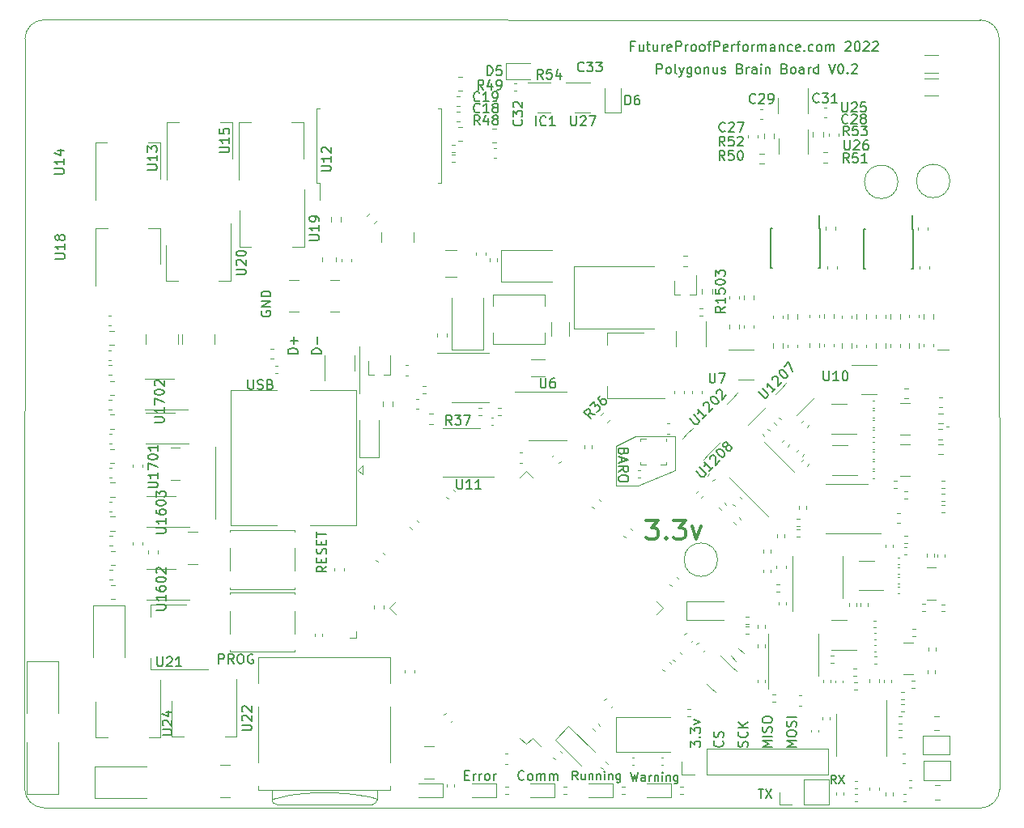
<source format=gbr>
G04 #@! TF.GenerationSoftware,KiCad,Pcbnew,(6.0.1)*
G04 #@! TF.CreationDate,2022-08-29T02:15:06+01:00*
G04 #@! TF.ProjectId,polygonus-Shortage-Version,706f6c79-676f-46e7-9573-2d53686f7274,rev?*
G04 #@! TF.SameCoordinates,Original*
G04 #@! TF.FileFunction,Legend,Top*
G04 #@! TF.FilePolarity,Positive*
%FSLAX46Y46*%
G04 Gerber Fmt 4.6, Leading zero omitted, Abs format (unit mm)*
G04 Created by KiCad (PCBNEW (6.0.1)) date 2022-08-29 02:15:06*
%MOMM*%
%LPD*%
G01*
G04 APERTURE LIST*
%ADD10C,0.120000*%
G04 #@! TA.AperFunction,Profile*
%ADD11C,0.050000*%
G04 #@! TD*
%ADD12C,0.150000*%
%ADD13C,0.130000*%
%ADD14C,0.300000*%
G04 APERTURE END LIST*
D10*
X101346000Y61214000D02*
X101473000Y61214000D01*
X89408000Y27940000D02*
X89408000Y23749000D01*
X124206000Y29972000D02*
X123952000Y29972000D01*
X95631000Y28956000D02*
X91440000Y28956000D01*
X47498000Y27813000D02*
X47498000Y20320000D01*
X62611000Y33401000D02*
X62611000Y38354000D01*
X91694000Y23749000D02*
X95631000Y25400000D01*
X95631000Y25400000D02*
X95631000Y28956000D01*
X91440000Y28956000D02*
X89408000Y27940000D01*
X124206000Y37973000D02*
X123063000Y37973000D01*
X89408000Y23749000D02*
X91694000Y23749000D01*
D11*
X27598758Y70480030D02*
X27566743Y-7944264D01*
X29598758Y72480030D02*
G75*
G03*
X27598758Y70480030I-1J-1999999D01*
G01*
X127511245Y72474911D02*
X29598758Y72480030D01*
X29566743Y-9944264D02*
X127539293Y-9975264D01*
X127539293Y-9975264D02*
G75*
G03*
X129539293Y-7975264I1J1999999D01*
G01*
X129539293Y-7975264D02*
X129511245Y70474911D01*
X27566743Y-7944264D02*
G75*
G03*
X29566743Y-9944264I1999999J-1D01*
G01*
X129511245Y70474911D02*
G75*
G03*
X127511245Y72474911I-1999999J1D01*
G01*
D12*
X59126380Y15311619D02*
X58650190Y14978285D01*
X59126380Y14740190D02*
X58126380Y14740190D01*
X58126380Y15121142D01*
X58174000Y15216380D01*
X58221619Y15264000D01*
X58316857Y15311619D01*
X58459714Y15311619D01*
X58554952Y15264000D01*
X58602571Y15216380D01*
X58650190Y15121142D01*
X58650190Y14740190D01*
X58602571Y15740190D02*
X58602571Y16073523D01*
X59126380Y16216380D02*
X59126380Y15740190D01*
X58126380Y15740190D01*
X58126380Y16216380D01*
X59078761Y16597333D02*
X59126380Y16740190D01*
X59126380Y16978285D01*
X59078761Y17073523D01*
X59031142Y17121142D01*
X58935904Y17168761D01*
X58840666Y17168761D01*
X58745428Y17121142D01*
X58697809Y17073523D01*
X58650190Y16978285D01*
X58602571Y16787809D01*
X58554952Y16692571D01*
X58507333Y16644952D01*
X58412095Y16597333D01*
X58316857Y16597333D01*
X58221619Y16644952D01*
X58174000Y16692571D01*
X58126380Y16787809D01*
X58126380Y17025904D01*
X58174000Y17168761D01*
X58602571Y17597333D02*
X58602571Y17930666D01*
X59126380Y18073523D02*
X59126380Y17597333D01*
X58126380Y17597333D01*
X58126380Y18073523D01*
X58126380Y18359238D02*
X58126380Y18930666D01*
X59126380Y18644952D02*
X58126380Y18644952D01*
D13*
X112433974Y-7418233D02*
X112133974Y-6989662D01*
X111919688Y-7418233D02*
X111919688Y-6518233D01*
X112262545Y-6518233D01*
X112348259Y-6561091D01*
X112391116Y-6603948D01*
X112433974Y-6689662D01*
X112433974Y-6818233D01*
X112391116Y-6903948D01*
X112348259Y-6946805D01*
X112262545Y-6989662D01*
X111919688Y-6989662D01*
X112733974Y-6518233D02*
X113333974Y-7418233D01*
X113333974Y-6518233D02*
X112733974Y-7418233D01*
D12*
X90241428Y27288952D02*
X90193809Y27146095D01*
X90146190Y27098476D01*
X90050952Y27050857D01*
X89908095Y27050857D01*
X89812857Y27098476D01*
X89765238Y27146095D01*
X89717619Y27241333D01*
X89717619Y27622285D01*
X90717619Y27622285D01*
X90717619Y27288952D01*
X90670000Y27193714D01*
X90622380Y27146095D01*
X90527142Y27098476D01*
X90431904Y27098476D01*
X90336666Y27146095D01*
X90289047Y27193714D01*
X90241428Y27288952D01*
X90241428Y27622285D01*
X90003333Y26669904D02*
X90003333Y26193714D01*
X89717619Y26765142D02*
X90717619Y26431809D01*
X89717619Y26098476D01*
X89717619Y25193714D02*
X90193809Y25527047D01*
X89717619Y25765142D02*
X90717619Y25765142D01*
X90717619Y25384190D01*
X90670000Y25288952D01*
X90622380Y25241333D01*
X90527142Y25193714D01*
X90384285Y25193714D01*
X90289047Y25241333D01*
X90241428Y25288952D01*
X90193809Y25384190D01*
X90193809Y25765142D01*
X90717619Y24574666D02*
X90717619Y24384190D01*
X90670000Y24288952D01*
X90574761Y24193714D01*
X90384285Y24146095D01*
X90050952Y24146095D01*
X89860476Y24193714D01*
X89765238Y24288952D01*
X89717619Y24384190D01*
X89717619Y24574666D01*
X89765238Y24669904D01*
X89860476Y24765142D01*
X90050952Y24812761D01*
X90384285Y24812761D01*
X90574761Y24765142D01*
X90670000Y24669904D01*
X90717619Y24574666D01*
D13*
X85404571Y-7011142D02*
X85104571Y-6582571D01*
X84890285Y-7011142D02*
X84890285Y-6111142D01*
X85233142Y-6111142D01*
X85318857Y-6154000D01*
X85361714Y-6196857D01*
X85404571Y-6282571D01*
X85404571Y-6411142D01*
X85361714Y-6496857D01*
X85318857Y-6539714D01*
X85233142Y-6582571D01*
X84890285Y-6582571D01*
X86176000Y-6411142D02*
X86176000Y-7011142D01*
X85790285Y-6411142D02*
X85790285Y-6882571D01*
X85833142Y-6968285D01*
X85918857Y-7011142D01*
X86047428Y-7011142D01*
X86133142Y-6968285D01*
X86176000Y-6925428D01*
X86604571Y-6411142D02*
X86604571Y-7011142D01*
X86604571Y-6496857D02*
X86647428Y-6454000D01*
X86733142Y-6411142D01*
X86861714Y-6411142D01*
X86947428Y-6454000D01*
X86990285Y-6539714D01*
X86990285Y-7011142D01*
X87418857Y-6411142D02*
X87418857Y-7011142D01*
X87418857Y-6496857D02*
X87461714Y-6454000D01*
X87547428Y-6411142D01*
X87676000Y-6411142D01*
X87761714Y-6454000D01*
X87804571Y-6539714D01*
X87804571Y-7011142D01*
X88233142Y-7011142D02*
X88233142Y-6411142D01*
X88233142Y-6111142D02*
X88190285Y-6154000D01*
X88233142Y-6196857D01*
X88276000Y-6154000D01*
X88233142Y-6111142D01*
X88233142Y-6196857D01*
X88661714Y-6411142D02*
X88661714Y-7011142D01*
X88661714Y-6496857D02*
X88704571Y-6454000D01*
X88790285Y-6411142D01*
X88918857Y-6411142D01*
X89004571Y-6454000D01*
X89047428Y-6539714D01*
X89047428Y-7011142D01*
X89861714Y-6411142D02*
X89861714Y-7139714D01*
X89818857Y-7225428D01*
X89776000Y-7268285D01*
X89690285Y-7311142D01*
X89561714Y-7311142D01*
X89476000Y-7268285D01*
X89861714Y-6968285D02*
X89776000Y-7011142D01*
X89604571Y-7011142D01*
X89518857Y-6968285D01*
X89476000Y-6925428D01*
X89433142Y-6839714D01*
X89433142Y-6582571D01*
X89476000Y-6496857D01*
X89518857Y-6454000D01*
X89604571Y-6411142D01*
X89776000Y-6411142D01*
X89861714Y-6454000D01*
D12*
X58571440Y37531824D02*
X57571440Y37531824D01*
X57571440Y37769919D01*
X57619060Y37912777D01*
X57714298Y38008015D01*
X57809536Y38055634D01*
X58000012Y38103253D01*
X58142869Y38103253D01*
X58333345Y38055634D01*
X58428583Y38008015D01*
X58523821Y37912777D01*
X58571440Y37769919D01*
X58571440Y37531824D01*
X58190488Y38531824D02*
X58190488Y39293729D01*
D14*
X92583357Y20145238D02*
X93821452Y20145238D01*
X93154785Y19383333D01*
X93440500Y19383333D01*
X93630976Y19288095D01*
X93726214Y19192857D01*
X93821452Y19002380D01*
X93821452Y18526190D01*
X93726214Y18335714D01*
X93630976Y18240476D01*
X93440500Y18145238D01*
X92869071Y18145238D01*
X92678595Y18240476D01*
X92583357Y18335714D01*
X94678595Y18335714D02*
X94773833Y18240476D01*
X94678595Y18145238D01*
X94583357Y18240476D01*
X94678595Y18335714D01*
X94678595Y18145238D01*
X95440500Y20145238D02*
X96678595Y20145238D01*
X96011928Y19383333D01*
X96297642Y19383333D01*
X96488119Y19288095D01*
X96583357Y19192857D01*
X96678595Y19002380D01*
X96678595Y18526190D01*
X96583357Y18335714D01*
X96488119Y18240476D01*
X96297642Y18145238D01*
X95726214Y18145238D01*
X95535738Y18240476D01*
X95440500Y18335714D01*
X97345261Y19478571D02*
X97821452Y18145238D01*
X98297642Y19478571D01*
D13*
X90964857Y-6238142D02*
X91179142Y-7138142D01*
X91350571Y-6495285D01*
X91522000Y-7138142D01*
X91736285Y-6238142D01*
X92464857Y-7138142D02*
X92464857Y-6666714D01*
X92422000Y-6581000D01*
X92336285Y-6538142D01*
X92164857Y-6538142D01*
X92079142Y-6581000D01*
X92464857Y-7095285D02*
X92379142Y-7138142D01*
X92164857Y-7138142D01*
X92079142Y-7095285D01*
X92036285Y-7009571D01*
X92036285Y-6923857D01*
X92079142Y-6838142D01*
X92164857Y-6795285D01*
X92379142Y-6795285D01*
X92464857Y-6752428D01*
X92893428Y-7138142D02*
X92893428Y-6538142D01*
X92893428Y-6709571D02*
X92936285Y-6623857D01*
X92979142Y-6581000D01*
X93064857Y-6538142D01*
X93150571Y-6538142D01*
X93450571Y-6538142D02*
X93450571Y-7138142D01*
X93450571Y-6623857D02*
X93493428Y-6581000D01*
X93579142Y-6538142D01*
X93707714Y-6538142D01*
X93793428Y-6581000D01*
X93836285Y-6666714D01*
X93836285Y-7138142D01*
X94264857Y-7138142D02*
X94264857Y-6538142D01*
X94264857Y-6238142D02*
X94222000Y-6281000D01*
X94264857Y-6323857D01*
X94307714Y-6281000D01*
X94264857Y-6238142D01*
X94264857Y-6323857D01*
X94693428Y-6538142D02*
X94693428Y-7138142D01*
X94693428Y-6623857D02*
X94736285Y-6581000D01*
X94822000Y-6538142D01*
X94950571Y-6538142D01*
X95036285Y-6581000D01*
X95079142Y-6666714D01*
X95079142Y-7138142D01*
X95893428Y-6538142D02*
X95893428Y-7266714D01*
X95850571Y-7352428D01*
X95807714Y-7395285D01*
X95722000Y-7438142D01*
X95593428Y-7438142D01*
X95507714Y-7395285D01*
X95893428Y-7095285D02*
X95807714Y-7138142D01*
X95636285Y-7138142D01*
X95550571Y-7095285D01*
X95507714Y-7052428D01*
X95464857Y-6966714D01*
X95464857Y-6709571D01*
X95507714Y-6623857D01*
X95550571Y-6581000D01*
X95636285Y-6538142D01*
X95807714Y-6538142D01*
X95893428Y-6581000D01*
X104343285Y-8016142D02*
X104857571Y-8016142D01*
X104600428Y-8916142D02*
X104600428Y-8016142D01*
X105071857Y-8016142D02*
X105671857Y-8916142D01*
X105671857Y-8016142D02*
X105071857Y-8916142D01*
D12*
X79803809Y-6961142D02*
X79756190Y-7008761D01*
X79613333Y-7056380D01*
X79518095Y-7056380D01*
X79375238Y-7008761D01*
X79280000Y-6913523D01*
X79232380Y-6818285D01*
X79184761Y-6627809D01*
X79184761Y-6484952D01*
X79232380Y-6294476D01*
X79280000Y-6199238D01*
X79375238Y-6104000D01*
X79518095Y-6056380D01*
X79613333Y-6056380D01*
X79756190Y-6104000D01*
X79803809Y-6151619D01*
X80375238Y-7056380D02*
X80280000Y-7008761D01*
X80232380Y-6961142D01*
X80184761Y-6865904D01*
X80184761Y-6580190D01*
X80232380Y-6484952D01*
X80280000Y-6437333D01*
X80375238Y-6389714D01*
X80518095Y-6389714D01*
X80613333Y-6437333D01*
X80660952Y-6484952D01*
X80708571Y-6580190D01*
X80708571Y-6865904D01*
X80660952Y-6961142D01*
X80613333Y-7008761D01*
X80518095Y-7056380D01*
X80375238Y-7056380D01*
X81137142Y-7056380D02*
X81137142Y-6389714D01*
X81137142Y-6484952D02*
X81184761Y-6437333D01*
X81280000Y-6389714D01*
X81422857Y-6389714D01*
X81518095Y-6437333D01*
X81565714Y-6532571D01*
X81565714Y-7056380D01*
X81565714Y-6532571D02*
X81613333Y-6437333D01*
X81708571Y-6389714D01*
X81851428Y-6389714D01*
X81946666Y-6437333D01*
X81994285Y-6532571D01*
X81994285Y-7056380D01*
X82470476Y-7056380D02*
X82470476Y-6389714D01*
X82470476Y-6484952D02*
X82518095Y-6437333D01*
X82613333Y-6389714D01*
X82756190Y-6389714D01*
X82851428Y-6437333D01*
X82899047Y-6532571D01*
X82899047Y-7056380D01*
X82899047Y-6532571D02*
X82946666Y-6437333D01*
X83041904Y-6389714D01*
X83184761Y-6389714D01*
X83280000Y-6437333D01*
X83327619Y-6532571D01*
X83327619Y-7056380D01*
X105735380Y-3603428D02*
X104735380Y-3603428D01*
X105449666Y-3270095D01*
X104735380Y-2936761D01*
X105735380Y-2936761D01*
X105735380Y-2460571D02*
X104735380Y-2460571D01*
X105687761Y-2032000D02*
X105735380Y-1889142D01*
X105735380Y-1651047D01*
X105687761Y-1555809D01*
X105640142Y-1508190D01*
X105544904Y-1460571D01*
X105449666Y-1460571D01*
X105354428Y-1508190D01*
X105306809Y-1555809D01*
X105259190Y-1651047D01*
X105211571Y-1841523D01*
X105163952Y-1936761D01*
X105116333Y-1984380D01*
X105021095Y-2032000D01*
X104925857Y-2032000D01*
X104830619Y-1984380D01*
X104783000Y-1936761D01*
X104735380Y-1841523D01*
X104735380Y-1603428D01*
X104783000Y-1460571D01*
X104735380Y-841523D02*
X104735380Y-651047D01*
X104783000Y-555809D01*
X104878238Y-460571D01*
X105068714Y-412952D01*
X105402047Y-412952D01*
X105592523Y-460571D01*
X105687761Y-555809D01*
X105735380Y-651047D01*
X105735380Y-841523D01*
X105687761Y-936761D01*
X105592523Y-1032000D01*
X105402047Y-1079619D01*
X105068714Y-1079619D01*
X104878238Y-1032000D01*
X104783000Y-936761D01*
X104735380Y-841523D01*
X56115383Y37551316D02*
X55115383Y37551316D01*
X55115383Y37789411D01*
X55163003Y37932269D01*
X55258241Y38027507D01*
X55353479Y38075126D01*
X55543955Y38122745D01*
X55686812Y38122745D01*
X55877288Y38075126D01*
X55972526Y38027507D01*
X56067764Y37932269D01*
X56115383Y37789411D01*
X56115383Y37551316D01*
X55734431Y38551316D02*
X55734431Y39313221D01*
X56115383Y38932269D02*
X55353479Y38932269D01*
X50935095Y34837619D02*
X50935095Y34028095D01*
X50982714Y33932857D01*
X51030333Y33885238D01*
X51125571Y33837619D01*
X51316047Y33837619D01*
X51411285Y33885238D01*
X51458904Y33932857D01*
X51506523Y34028095D01*
X51506523Y34837619D01*
X51935095Y33885238D02*
X52077952Y33837619D01*
X52316047Y33837619D01*
X52411285Y33885238D01*
X52458904Y33932857D01*
X52506523Y34028095D01*
X52506523Y34123333D01*
X52458904Y34218571D01*
X52411285Y34266190D01*
X52316047Y34313809D01*
X52125571Y34361428D01*
X52030333Y34409047D01*
X51982714Y34456666D01*
X51935095Y34551904D01*
X51935095Y34647142D01*
X51982714Y34742380D01*
X52030333Y34790000D01*
X52125571Y34837619D01*
X52363666Y34837619D01*
X52506523Y34790000D01*
X53268428Y34361428D02*
X53411285Y34313809D01*
X53458904Y34266190D01*
X53506523Y34170952D01*
X53506523Y34028095D01*
X53458904Y33932857D01*
X53411285Y33885238D01*
X53316047Y33837619D01*
X52935095Y33837619D01*
X52935095Y34837619D01*
X53268428Y34837619D01*
X53363666Y34790000D01*
X53411285Y34742380D01*
X53458904Y34647142D01*
X53458904Y34551904D01*
X53411285Y34456666D01*
X53363666Y34409047D01*
X53268428Y34361428D01*
X52935095Y34361428D01*
X100560142Y-2960666D02*
X100607761Y-3008285D01*
X100655380Y-3151142D01*
X100655380Y-3246380D01*
X100607761Y-3389238D01*
X100512523Y-3484476D01*
X100417285Y-3532095D01*
X100226809Y-3579714D01*
X100083952Y-3579714D01*
X99893476Y-3532095D01*
X99798238Y-3484476D01*
X99703000Y-3389238D01*
X99655380Y-3246380D01*
X99655380Y-3151142D01*
X99703000Y-3008285D01*
X99750619Y-2960666D01*
X100607761Y-2579714D02*
X100655380Y-2436857D01*
X100655380Y-2198761D01*
X100607761Y-2103523D01*
X100560142Y-2055904D01*
X100464904Y-2008285D01*
X100369666Y-2008285D01*
X100274428Y-2055904D01*
X100226809Y-2103523D01*
X100179190Y-2198761D01*
X100131571Y-2389238D01*
X100083952Y-2484476D01*
X100036333Y-2532095D01*
X99941095Y-2579714D01*
X99845857Y-2579714D01*
X99750619Y-2532095D01*
X99703000Y-2484476D01*
X99655380Y-2389238D01*
X99655380Y-2151142D01*
X99703000Y-2008285D01*
X103147761Y-3571714D02*
X103195380Y-3428857D01*
X103195380Y-3190761D01*
X103147761Y-3095523D01*
X103100142Y-3047904D01*
X103004904Y-3000285D01*
X102909666Y-3000285D01*
X102814428Y-3047904D01*
X102766809Y-3095523D01*
X102719190Y-3190761D01*
X102671571Y-3381238D01*
X102623952Y-3476476D01*
X102576333Y-3524095D01*
X102481095Y-3571714D01*
X102385857Y-3571714D01*
X102290619Y-3524095D01*
X102243000Y-3476476D01*
X102195380Y-3381238D01*
X102195380Y-3143142D01*
X102243000Y-3000285D01*
X103100142Y-2000285D02*
X103147761Y-2047904D01*
X103195380Y-2190761D01*
X103195380Y-2286000D01*
X103147761Y-2428857D01*
X103052523Y-2524095D01*
X102957285Y-2571714D01*
X102766809Y-2619333D01*
X102623952Y-2619333D01*
X102433476Y-2571714D01*
X102338238Y-2524095D01*
X102243000Y-2428857D01*
X102195380Y-2286000D01*
X102195380Y-2190761D01*
X102243000Y-2047904D01*
X102290619Y-2000285D01*
X103195380Y-1571714D02*
X102195380Y-1571714D01*
X103195380Y-1000285D02*
X102623952Y-1428857D01*
X102195380Y-1000285D02*
X102766809Y-1571714D01*
X97242380Y-3587571D02*
X97242380Y-2968523D01*
X97623333Y-3301857D01*
X97623333Y-3159000D01*
X97670952Y-3063761D01*
X97718571Y-3016142D01*
X97813809Y-2968523D01*
X98051904Y-2968523D01*
X98147142Y-3016142D01*
X98194761Y-3063761D01*
X98242380Y-3159000D01*
X98242380Y-3444714D01*
X98194761Y-3539952D01*
X98147142Y-3587571D01*
X98147142Y-2539952D02*
X98194761Y-2492333D01*
X98242380Y-2539952D01*
X98194761Y-2587571D01*
X98147142Y-2539952D01*
X98242380Y-2539952D01*
X97242380Y-2159000D02*
X97242380Y-1539952D01*
X97623333Y-1873285D01*
X97623333Y-1730428D01*
X97670952Y-1635190D01*
X97718571Y-1587571D01*
X97813809Y-1539952D01*
X98051904Y-1539952D01*
X98147142Y-1587571D01*
X98194761Y-1635190D01*
X98242380Y-1730428D01*
X98242380Y-2016142D01*
X98194761Y-2111380D01*
X98147142Y-2159000D01*
X97575714Y-1206619D02*
X98242380Y-968523D01*
X97575714Y-730428D01*
X108275380Y-3603428D02*
X107275380Y-3603428D01*
X107989666Y-3270095D01*
X107275380Y-2936761D01*
X108275380Y-2936761D01*
X107275380Y-2270095D02*
X107275380Y-2079619D01*
X107323000Y-1984380D01*
X107418238Y-1889142D01*
X107608714Y-1841523D01*
X107942047Y-1841523D01*
X108132523Y-1889142D01*
X108227761Y-1984380D01*
X108275380Y-2079619D01*
X108275380Y-2270095D01*
X108227761Y-2365333D01*
X108132523Y-2460571D01*
X107942047Y-2508190D01*
X107608714Y-2508190D01*
X107418238Y-2460571D01*
X107323000Y-2365333D01*
X107275380Y-2270095D01*
X108227761Y-1460571D02*
X108275380Y-1317714D01*
X108275380Y-1079619D01*
X108227761Y-984380D01*
X108180142Y-936761D01*
X108084904Y-889142D01*
X107989666Y-889142D01*
X107894428Y-936761D01*
X107846809Y-984380D01*
X107799190Y-1079619D01*
X107751571Y-1270095D01*
X107703952Y-1365333D01*
X107656333Y-1412952D01*
X107561095Y-1460571D01*
X107465857Y-1460571D01*
X107370619Y-1412952D01*
X107323000Y-1365333D01*
X107275380Y-1270095D01*
X107275380Y-1032000D01*
X107323000Y-889142D01*
X108275380Y-460571D02*
X107275380Y-460571D01*
X52356080Y41997703D02*
X52308460Y41902465D01*
X52308460Y41759608D01*
X52356080Y41616750D01*
X52451318Y41521512D01*
X52546556Y41473893D01*
X52737032Y41426274D01*
X52879889Y41426274D01*
X53070365Y41473893D01*
X53165603Y41521512D01*
X53260841Y41616750D01*
X53308460Y41759608D01*
X53308460Y41854846D01*
X53260841Y41997703D01*
X53213222Y42045322D01*
X52879889Y42045322D01*
X52879889Y41854846D01*
X53308460Y42473893D02*
X52308460Y42473893D01*
X53308460Y43045322D01*
X52308460Y43045322D01*
X53308460Y43521512D02*
X52308460Y43521512D01*
X52308460Y43759608D01*
X52356080Y43902465D01*
X52451318Y43997703D01*
X52546556Y44045322D01*
X52737032Y44092941D01*
X52879889Y44092941D01*
X53070365Y44045322D01*
X53165603Y43997703D01*
X53260841Y43902465D01*
X53308460Y43759608D01*
X53308460Y43521512D01*
X91314084Y69732156D02*
X90980750Y69732156D01*
X90980750Y69208347D02*
X90980750Y70208347D01*
X91456941Y70208347D01*
X92266465Y69875013D02*
X92266465Y69208347D01*
X91837893Y69875013D02*
X91837893Y69351204D01*
X91885512Y69255966D01*
X91980750Y69208347D01*
X92123607Y69208347D01*
X92218845Y69255966D01*
X92266465Y69303585D01*
X92599798Y69875013D02*
X92980750Y69875013D01*
X92742655Y70208347D02*
X92742655Y69351204D01*
X92790274Y69255966D01*
X92885512Y69208347D01*
X92980750Y69208347D01*
X93742655Y69875013D02*
X93742655Y69208347D01*
X93314084Y69875013D02*
X93314084Y69351204D01*
X93361703Y69255966D01*
X93456941Y69208347D01*
X93599798Y69208347D01*
X93695036Y69255966D01*
X93742655Y69303585D01*
X94218845Y69208347D02*
X94218845Y69875013D01*
X94218845Y69684537D02*
X94266465Y69779775D01*
X94314084Y69827394D01*
X94409322Y69875013D01*
X94504560Y69875013D01*
X95218845Y69255966D02*
X95123607Y69208347D01*
X94933131Y69208347D01*
X94837893Y69255966D01*
X94790274Y69351204D01*
X94790274Y69732156D01*
X94837893Y69827394D01*
X94933131Y69875013D01*
X95123607Y69875013D01*
X95218845Y69827394D01*
X95266465Y69732156D01*
X95266465Y69636918D01*
X94790274Y69541680D01*
X95695036Y69208347D02*
X95695036Y70208347D01*
X96075988Y70208347D01*
X96171226Y70160728D01*
X96218845Y70113108D01*
X96266465Y70017870D01*
X96266465Y69875013D01*
X96218845Y69779775D01*
X96171226Y69732156D01*
X96075988Y69684537D01*
X95695036Y69684537D01*
X96695036Y69208347D02*
X96695036Y69875013D01*
X96695036Y69684537D02*
X96742655Y69779775D01*
X96790274Y69827394D01*
X96885512Y69875013D01*
X96980750Y69875013D01*
X97456941Y69208347D02*
X97361703Y69255966D01*
X97314084Y69303585D01*
X97266465Y69398823D01*
X97266465Y69684537D01*
X97314084Y69779775D01*
X97361703Y69827394D01*
X97456941Y69875013D01*
X97599798Y69875013D01*
X97695036Y69827394D01*
X97742655Y69779775D01*
X97790274Y69684537D01*
X97790274Y69398823D01*
X97742655Y69303585D01*
X97695036Y69255966D01*
X97599798Y69208347D01*
X97456941Y69208347D01*
X98361703Y69208347D02*
X98266465Y69255966D01*
X98218845Y69303585D01*
X98171226Y69398823D01*
X98171226Y69684537D01*
X98218845Y69779775D01*
X98266465Y69827394D01*
X98361703Y69875013D01*
X98504560Y69875013D01*
X98599798Y69827394D01*
X98647417Y69779775D01*
X98695036Y69684537D01*
X98695036Y69398823D01*
X98647417Y69303585D01*
X98599798Y69255966D01*
X98504560Y69208347D01*
X98361703Y69208347D01*
X98980750Y69875013D02*
X99361703Y69875013D01*
X99123607Y69208347D02*
X99123607Y70065489D01*
X99171226Y70160728D01*
X99266465Y70208347D01*
X99361703Y70208347D01*
X99695036Y69208347D02*
X99695036Y70208347D01*
X100075988Y70208347D01*
X100171226Y70160728D01*
X100218845Y70113108D01*
X100266465Y70017870D01*
X100266465Y69875013D01*
X100218845Y69779775D01*
X100171226Y69732156D01*
X100075988Y69684537D01*
X99695036Y69684537D01*
X101075988Y69255966D02*
X100980750Y69208347D01*
X100790274Y69208347D01*
X100695036Y69255966D01*
X100647417Y69351204D01*
X100647417Y69732156D01*
X100695036Y69827394D01*
X100790274Y69875013D01*
X100980750Y69875013D01*
X101075988Y69827394D01*
X101123607Y69732156D01*
X101123607Y69636918D01*
X100647417Y69541680D01*
X101552179Y69208347D02*
X101552179Y69875013D01*
X101552179Y69684537D02*
X101599798Y69779775D01*
X101647417Y69827394D01*
X101742655Y69875013D01*
X101837893Y69875013D01*
X102028369Y69875013D02*
X102409322Y69875013D01*
X102171226Y69208347D02*
X102171226Y70065489D01*
X102218845Y70160728D01*
X102314084Y70208347D01*
X102409322Y70208347D01*
X102885512Y69208347D02*
X102790274Y69255966D01*
X102742655Y69303585D01*
X102695036Y69398823D01*
X102695036Y69684537D01*
X102742655Y69779775D01*
X102790274Y69827394D01*
X102885512Y69875013D01*
X103028369Y69875013D01*
X103123607Y69827394D01*
X103171226Y69779775D01*
X103218845Y69684537D01*
X103218845Y69398823D01*
X103171226Y69303585D01*
X103123607Y69255966D01*
X103028369Y69208347D01*
X102885512Y69208347D01*
X103647417Y69208347D02*
X103647417Y69875013D01*
X103647417Y69684537D02*
X103695036Y69779775D01*
X103742655Y69827394D01*
X103837893Y69875013D01*
X103933131Y69875013D01*
X104266465Y69208347D02*
X104266465Y69875013D01*
X104266465Y69779775D02*
X104314084Y69827394D01*
X104409322Y69875013D01*
X104552179Y69875013D01*
X104647417Y69827394D01*
X104695036Y69732156D01*
X104695036Y69208347D01*
X104695036Y69732156D02*
X104742655Y69827394D01*
X104837893Y69875013D01*
X104980750Y69875013D01*
X105075988Y69827394D01*
X105123607Y69732156D01*
X105123607Y69208347D01*
X106028369Y69208347D02*
X106028369Y69732156D01*
X105980750Y69827394D01*
X105885512Y69875013D01*
X105695036Y69875013D01*
X105599798Y69827394D01*
X106028369Y69255966D02*
X105933131Y69208347D01*
X105695036Y69208347D01*
X105599798Y69255966D01*
X105552179Y69351204D01*
X105552179Y69446442D01*
X105599798Y69541680D01*
X105695036Y69589299D01*
X105933131Y69589299D01*
X106028369Y69636918D01*
X106504560Y69875013D02*
X106504560Y69208347D01*
X106504560Y69779775D02*
X106552179Y69827394D01*
X106647417Y69875013D01*
X106790274Y69875013D01*
X106885512Y69827394D01*
X106933131Y69732156D01*
X106933131Y69208347D01*
X107837893Y69255966D02*
X107742655Y69208347D01*
X107552179Y69208347D01*
X107456941Y69255966D01*
X107409322Y69303585D01*
X107361703Y69398823D01*
X107361703Y69684537D01*
X107409322Y69779775D01*
X107456941Y69827394D01*
X107552179Y69875013D01*
X107742655Y69875013D01*
X107837893Y69827394D01*
X108647417Y69255966D02*
X108552179Y69208347D01*
X108361703Y69208347D01*
X108266465Y69255966D01*
X108218845Y69351204D01*
X108218845Y69732156D01*
X108266465Y69827394D01*
X108361703Y69875013D01*
X108552179Y69875013D01*
X108647417Y69827394D01*
X108695036Y69732156D01*
X108695036Y69636918D01*
X108218845Y69541680D01*
X109123607Y69303585D02*
X109171226Y69255966D01*
X109123607Y69208347D01*
X109075988Y69255966D01*
X109123607Y69303585D01*
X109123607Y69208347D01*
X110028369Y69255966D02*
X109933131Y69208347D01*
X109742655Y69208347D01*
X109647417Y69255966D01*
X109599798Y69303585D01*
X109552179Y69398823D01*
X109552179Y69684537D01*
X109599798Y69779775D01*
X109647417Y69827394D01*
X109742655Y69875013D01*
X109933131Y69875013D01*
X110028369Y69827394D01*
X110599798Y69208347D02*
X110504560Y69255966D01*
X110456941Y69303585D01*
X110409322Y69398823D01*
X110409322Y69684537D01*
X110456941Y69779775D01*
X110504560Y69827394D01*
X110599798Y69875013D01*
X110742655Y69875013D01*
X110837893Y69827394D01*
X110885512Y69779775D01*
X110933131Y69684537D01*
X110933131Y69398823D01*
X110885512Y69303585D01*
X110837893Y69255966D01*
X110742655Y69208347D01*
X110599798Y69208347D01*
X111361703Y69208347D02*
X111361703Y69875013D01*
X111361703Y69779775D02*
X111409322Y69827394D01*
X111504560Y69875013D01*
X111647417Y69875013D01*
X111742655Y69827394D01*
X111790274Y69732156D01*
X111790274Y69208347D01*
X111790274Y69732156D02*
X111837893Y69827394D01*
X111933131Y69875013D01*
X112075988Y69875013D01*
X112171226Y69827394D01*
X112218845Y69732156D01*
X112218845Y69208347D01*
X113409322Y70113108D02*
X113456941Y70160728D01*
X113552179Y70208347D01*
X113790274Y70208347D01*
X113885512Y70160728D01*
X113933131Y70113108D01*
X113980750Y70017870D01*
X113980750Y69922632D01*
X113933131Y69779775D01*
X113361703Y69208347D01*
X113980750Y69208347D01*
X114599798Y70208347D02*
X114695036Y70208347D01*
X114790274Y70160728D01*
X114837893Y70113108D01*
X114885512Y70017870D01*
X114933131Y69827394D01*
X114933131Y69589299D01*
X114885512Y69398823D01*
X114837893Y69303585D01*
X114790274Y69255966D01*
X114695036Y69208347D01*
X114599798Y69208347D01*
X114504560Y69255966D01*
X114456941Y69303585D01*
X114409322Y69398823D01*
X114361703Y69589299D01*
X114361703Y69827394D01*
X114409322Y70017870D01*
X114456941Y70113108D01*
X114504560Y70160728D01*
X114599798Y70208347D01*
X115314084Y70113108D02*
X115361703Y70160728D01*
X115456941Y70208347D01*
X115695036Y70208347D01*
X115790274Y70160728D01*
X115837893Y70113108D01*
X115885512Y70017870D01*
X115885512Y69922632D01*
X115837893Y69779775D01*
X115266465Y69208347D01*
X115885512Y69208347D01*
X116266465Y70113108D02*
X116314084Y70160728D01*
X116409322Y70208347D01*
X116647417Y70208347D01*
X116742655Y70160728D01*
X116790274Y70113108D01*
X116837893Y70017870D01*
X116837893Y69922632D01*
X116790274Y69779775D01*
X116218845Y69208347D01*
X116837893Y69208347D01*
X73588761Y-6532571D02*
X73922095Y-6532571D01*
X74064952Y-7056380D02*
X73588761Y-7056380D01*
X73588761Y-6056380D01*
X74064952Y-6056380D01*
X74493523Y-7056380D02*
X74493523Y-6389714D01*
X74493523Y-6580190D02*
X74541142Y-6484952D01*
X74588761Y-6437333D01*
X74684000Y-6389714D01*
X74779238Y-6389714D01*
X75112571Y-7056380D02*
X75112571Y-6389714D01*
X75112571Y-6580190D02*
X75160190Y-6484952D01*
X75207809Y-6437333D01*
X75303047Y-6389714D01*
X75398285Y-6389714D01*
X75874476Y-7056380D02*
X75779238Y-7008761D01*
X75731619Y-6961142D01*
X75684000Y-6865904D01*
X75684000Y-6580190D01*
X75731619Y-6484952D01*
X75779238Y-6437333D01*
X75874476Y-6389714D01*
X76017333Y-6389714D01*
X76112571Y-6437333D01*
X76160190Y-6484952D01*
X76207809Y-6580190D01*
X76207809Y-6865904D01*
X76160190Y-6961142D01*
X76112571Y-7008761D01*
X76017333Y-7056380D01*
X75874476Y-7056380D01*
X76636380Y-7056380D02*
X76636380Y-6389714D01*
X76636380Y-6580190D02*
X76684000Y-6484952D01*
X76731619Y-6437333D01*
X76826857Y-6389714D01*
X76922095Y-6389714D01*
X93687619Y66858629D02*
X93687619Y67858629D01*
X94068571Y67858629D01*
X94163809Y67811010D01*
X94211428Y67763390D01*
X94259047Y67668152D01*
X94259047Y67525295D01*
X94211428Y67430057D01*
X94163809Y67382438D01*
X94068571Y67334819D01*
X93687619Y67334819D01*
X94830476Y66858629D02*
X94735238Y66906248D01*
X94687619Y66953867D01*
X94640000Y67049105D01*
X94640000Y67334819D01*
X94687619Y67430057D01*
X94735238Y67477676D01*
X94830476Y67525295D01*
X94973333Y67525295D01*
X95068571Y67477676D01*
X95116190Y67430057D01*
X95163809Y67334819D01*
X95163809Y67049105D01*
X95116190Y66953867D01*
X95068571Y66906248D01*
X94973333Y66858629D01*
X94830476Y66858629D01*
X95735238Y66858629D02*
X95640000Y66906248D01*
X95592380Y67001486D01*
X95592380Y67858629D01*
X96020952Y67525295D02*
X96259047Y66858629D01*
X96497142Y67525295D02*
X96259047Y66858629D01*
X96163809Y66620533D01*
X96116190Y66572914D01*
X96020952Y66525295D01*
X97306666Y67525295D02*
X97306666Y66715771D01*
X97259047Y66620533D01*
X97211428Y66572914D01*
X97116190Y66525295D01*
X96973333Y66525295D01*
X96878095Y66572914D01*
X97306666Y66906248D02*
X97211428Y66858629D01*
X97020952Y66858629D01*
X96925714Y66906248D01*
X96878095Y66953867D01*
X96830476Y67049105D01*
X96830476Y67334819D01*
X96878095Y67430057D01*
X96925714Y67477676D01*
X97020952Y67525295D01*
X97211428Y67525295D01*
X97306666Y67477676D01*
X97925714Y66858629D02*
X97830476Y66906248D01*
X97782857Y66953867D01*
X97735238Y67049105D01*
X97735238Y67334819D01*
X97782857Y67430057D01*
X97830476Y67477676D01*
X97925714Y67525295D01*
X98068571Y67525295D01*
X98163809Y67477676D01*
X98211428Y67430057D01*
X98259047Y67334819D01*
X98259047Y67049105D01*
X98211428Y66953867D01*
X98163809Y66906248D01*
X98068571Y66858629D01*
X97925714Y66858629D01*
X98687619Y67525295D02*
X98687619Y66858629D01*
X98687619Y67430057D02*
X98735238Y67477676D01*
X98830476Y67525295D01*
X98973333Y67525295D01*
X99068571Y67477676D01*
X99116190Y67382438D01*
X99116190Y66858629D01*
X100020952Y67525295D02*
X100020952Y66858629D01*
X99592380Y67525295D02*
X99592380Y67001486D01*
X99640000Y66906248D01*
X99735238Y66858629D01*
X99878095Y66858629D01*
X99973333Y66906248D01*
X100020952Y66953867D01*
X100449523Y66906248D02*
X100544761Y66858629D01*
X100735238Y66858629D01*
X100830476Y66906248D01*
X100878095Y67001486D01*
X100878095Y67049105D01*
X100830476Y67144343D01*
X100735238Y67191962D01*
X100592380Y67191962D01*
X100497142Y67239581D01*
X100449523Y67334819D01*
X100449523Y67382438D01*
X100497142Y67477676D01*
X100592380Y67525295D01*
X100735238Y67525295D01*
X100830476Y67477676D01*
X102401904Y67382438D02*
X102544761Y67334819D01*
X102592380Y67287200D01*
X102640000Y67191962D01*
X102640000Y67049105D01*
X102592380Y66953867D01*
X102544761Y66906248D01*
X102449523Y66858629D01*
X102068571Y66858629D01*
X102068571Y67858629D01*
X102401904Y67858629D01*
X102497142Y67811010D01*
X102544761Y67763390D01*
X102592380Y67668152D01*
X102592380Y67572914D01*
X102544761Y67477676D01*
X102497142Y67430057D01*
X102401904Y67382438D01*
X102068571Y67382438D01*
X103068571Y66858629D02*
X103068571Y67525295D01*
X103068571Y67334819D02*
X103116190Y67430057D01*
X103163809Y67477676D01*
X103259047Y67525295D01*
X103354285Y67525295D01*
X104116190Y66858629D02*
X104116190Y67382438D01*
X104068571Y67477676D01*
X103973333Y67525295D01*
X103782857Y67525295D01*
X103687619Y67477676D01*
X104116190Y66906248D02*
X104020952Y66858629D01*
X103782857Y66858629D01*
X103687619Y66906248D01*
X103640000Y67001486D01*
X103640000Y67096724D01*
X103687619Y67191962D01*
X103782857Y67239581D01*
X104020952Y67239581D01*
X104116190Y67287200D01*
X104592380Y66858629D02*
X104592380Y67525295D01*
X104592380Y67858629D02*
X104544761Y67811010D01*
X104592380Y67763390D01*
X104640000Y67811010D01*
X104592380Y67858629D01*
X104592380Y67763390D01*
X105068571Y67525295D02*
X105068571Y66858629D01*
X105068571Y67430057D02*
X105116190Y67477676D01*
X105211428Y67525295D01*
X105354285Y67525295D01*
X105449523Y67477676D01*
X105497142Y67382438D01*
X105497142Y66858629D01*
X107068571Y67382438D02*
X107211428Y67334819D01*
X107259047Y67287200D01*
X107306666Y67191962D01*
X107306666Y67049105D01*
X107259047Y66953867D01*
X107211428Y66906248D01*
X107116190Y66858629D01*
X106735238Y66858629D01*
X106735238Y67858629D01*
X107068571Y67858629D01*
X107163809Y67811010D01*
X107211428Y67763390D01*
X107259047Y67668152D01*
X107259047Y67572914D01*
X107211428Y67477676D01*
X107163809Y67430057D01*
X107068571Y67382438D01*
X106735238Y67382438D01*
X107878095Y66858629D02*
X107782857Y66906248D01*
X107735238Y66953867D01*
X107687619Y67049105D01*
X107687619Y67334819D01*
X107735238Y67430057D01*
X107782857Y67477676D01*
X107878095Y67525295D01*
X108020952Y67525295D01*
X108116190Y67477676D01*
X108163809Y67430057D01*
X108211428Y67334819D01*
X108211428Y67049105D01*
X108163809Y66953867D01*
X108116190Y66906248D01*
X108020952Y66858629D01*
X107878095Y66858629D01*
X109068571Y66858629D02*
X109068571Y67382438D01*
X109020952Y67477676D01*
X108925714Y67525295D01*
X108735238Y67525295D01*
X108640000Y67477676D01*
X109068571Y66906248D02*
X108973333Y66858629D01*
X108735238Y66858629D01*
X108640000Y66906248D01*
X108592380Y67001486D01*
X108592380Y67096724D01*
X108640000Y67191962D01*
X108735238Y67239581D01*
X108973333Y67239581D01*
X109068571Y67287200D01*
X109544761Y66858629D02*
X109544761Y67525295D01*
X109544761Y67334819D02*
X109592380Y67430057D01*
X109640000Y67477676D01*
X109735238Y67525295D01*
X109830476Y67525295D01*
X110592380Y66858629D02*
X110592380Y67858629D01*
X110592380Y66906248D02*
X110497142Y66858629D01*
X110306666Y66858629D01*
X110211428Y66906248D01*
X110163809Y66953867D01*
X110116190Y67049105D01*
X110116190Y67334819D01*
X110163809Y67430057D01*
X110211428Y67477676D01*
X110306666Y67525295D01*
X110497142Y67525295D01*
X110592380Y67477676D01*
X111687619Y67858629D02*
X112020952Y66858629D01*
X112354285Y67858629D01*
X112878095Y67858629D02*
X112973333Y67858629D01*
X113068571Y67811010D01*
X113116190Y67763390D01*
X113163809Y67668152D01*
X113211428Y67477676D01*
X113211428Y67239581D01*
X113163809Y67049105D01*
X113116190Y66953867D01*
X113068571Y66906248D01*
X112973333Y66858629D01*
X112878095Y66858629D01*
X112782857Y66906248D01*
X112735238Y66953867D01*
X112687619Y67049105D01*
X112640000Y67239581D01*
X112640000Y67477676D01*
X112687619Y67668152D01*
X112735238Y67763390D01*
X112782857Y67811010D01*
X112878095Y67858629D01*
X113640000Y66953867D02*
X113687619Y66906248D01*
X113640000Y66858629D01*
X113592380Y66906248D01*
X113640000Y66953867D01*
X113640000Y66858629D01*
X114068571Y67763390D02*
X114116190Y67811010D01*
X114211428Y67858629D01*
X114449523Y67858629D01*
X114544761Y67811010D01*
X114592380Y67763390D01*
X114640000Y67668152D01*
X114640000Y67572914D01*
X114592380Y67430057D01*
X114020952Y66858629D01*
X114640000Y66858629D01*
X47871285Y5135619D02*
X47871285Y6135619D01*
X48252238Y6135619D01*
X48347476Y6088000D01*
X48395095Y6040380D01*
X48442714Y5945142D01*
X48442714Y5802285D01*
X48395095Y5707047D01*
X48347476Y5659428D01*
X48252238Y5611809D01*
X47871285Y5611809D01*
X49442714Y5135619D02*
X49109380Y5611809D01*
X48871285Y5135619D02*
X48871285Y6135619D01*
X49252238Y6135619D01*
X49347476Y6088000D01*
X49395095Y6040380D01*
X49442714Y5945142D01*
X49442714Y5802285D01*
X49395095Y5707047D01*
X49347476Y5659428D01*
X49252238Y5611809D01*
X48871285Y5611809D01*
X50061761Y6135619D02*
X50252238Y6135619D01*
X50347476Y6088000D01*
X50442714Y5992761D01*
X50490333Y5802285D01*
X50490333Y5468952D01*
X50442714Y5278476D01*
X50347476Y5183238D01*
X50252238Y5135619D01*
X50061761Y5135619D01*
X49966523Y5183238D01*
X49871285Y5278476D01*
X49823666Y5468952D01*
X49823666Y5802285D01*
X49871285Y5992761D01*
X49966523Y6088000D01*
X50061761Y6135619D01*
X51442714Y6088000D02*
X51347476Y6135619D01*
X51204619Y6135619D01*
X51061761Y6088000D01*
X50966523Y5992761D01*
X50918904Y5897523D01*
X50871285Y5707047D01*
X50871285Y5564190D01*
X50918904Y5373714D01*
X50966523Y5278476D01*
X51061761Y5183238D01*
X51204619Y5135619D01*
X51299857Y5135619D01*
X51442714Y5183238D01*
X51490333Y5230857D01*
X51490333Y5564190D01*
X51299857Y5564190D01*
G04 #@! TO.C,U1602*
X41306888Y10747323D02*
X42116412Y10747323D01*
X42211650Y10794942D01*
X42259269Y10842561D01*
X42306888Y10937800D01*
X42306888Y11128276D01*
X42259269Y11223514D01*
X42211650Y11271133D01*
X42116412Y11318752D01*
X41306888Y11318752D01*
X42306888Y12318752D02*
X42306888Y11747323D01*
X42306888Y12033038D02*
X41306888Y12033038D01*
X41449746Y11937800D01*
X41544984Y11842561D01*
X41592603Y11747323D01*
X41306888Y13175895D02*
X41306888Y12985419D01*
X41354508Y12890180D01*
X41402127Y12842561D01*
X41544984Y12747323D01*
X41735460Y12699704D01*
X42116412Y12699704D01*
X42211650Y12747323D01*
X42259269Y12794942D01*
X42306888Y12890180D01*
X42306888Y13080657D01*
X42259269Y13175895D01*
X42211650Y13223514D01*
X42116412Y13271133D01*
X41878317Y13271133D01*
X41783079Y13223514D01*
X41735460Y13175895D01*
X41687841Y13080657D01*
X41687841Y12890180D01*
X41735460Y12794942D01*
X41783079Y12747323D01*
X41878317Y12699704D01*
X41306888Y13890180D02*
X41306888Y13985419D01*
X41354508Y14080657D01*
X41402127Y14128276D01*
X41497365Y14175895D01*
X41687841Y14223514D01*
X41925936Y14223514D01*
X42116412Y14175895D01*
X42211650Y14128276D01*
X42259269Y14080657D01*
X42306888Y13985419D01*
X42306888Y13890180D01*
X42259269Y13794942D01*
X42211650Y13747323D01*
X42116412Y13699704D01*
X41925936Y13652085D01*
X41687841Y13652085D01*
X41497365Y13699704D01*
X41402127Y13747323D01*
X41354508Y13794942D01*
X41306888Y13890180D01*
X41402127Y14604466D02*
X41354508Y14652085D01*
X41306888Y14747323D01*
X41306888Y14985419D01*
X41354508Y15080657D01*
X41402127Y15128276D01*
X41497365Y15175895D01*
X41592603Y15175895D01*
X41735460Y15128276D01*
X42306888Y14556847D01*
X42306888Y15175895D01*
G04 #@! TO.C,U1603*
X41306888Y18770660D02*
X42116412Y18770660D01*
X42211650Y18818279D01*
X42259269Y18865898D01*
X42306888Y18961137D01*
X42306888Y19151613D01*
X42259269Y19246851D01*
X42211650Y19294470D01*
X42116412Y19342089D01*
X41306888Y19342089D01*
X42306888Y20342089D02*
X42306888Y19770660D01*
X42306888Y20056375D02*
X41306888Y20056375D01*
X41449746Y19961137D01*
X41544984Y19865898D01*
X41592603Y19770660D01*
X41306888Y21199232D02*
X41306888Y21008756D01*
X41354508Y20913517D01*
X41402127Y20865898D01*
X41544984Y20770660D01*
X41735460Y20723041D01*
X42116412Y20723041D01*
X42211650Y20770660D01*
X42259269Y20818279D01*
X42306888Y20913517D01*
X42306888Y21103994D01*
X42259269Y21199232D01*
X42211650Y21246851D01*
X42116412Y21294470D01*
X41878317Y21294470D01*
X41783079Y21246851D01*
X41735460Y21199232D01*
X41687841Y21103994D01*
X41687841Y20913517D01*
X41735460Y20818279D01*
X41783079Y20770660D01*
X41878317Y20723041D01*
X41306888Y21913517D02*
X41306888Y22008756D01*
X41354508Y22103994D01*
X41402127Y22151613D01*
X41497365Y22199232D01*
X41687841Y22246851D01*
X41925936Y22246851D01*
X42116412Y22199232D01*
X42211650Y22151613D01*
X42259269Y22103994D01*
X42306888Y22008756D01*
X42306888Y21913517D01*
X42259269Y21818279D01*
X42211650Y21770660D01*
X42116412Y21723041D01*
X41925936Y21675422D01*
X41687841Y21675422D01*
X41497365Y21723041D01*
X41402127Y21770660D01*
X41354508Y21818279D01*
X41306888Y21913517D01*
X41306888Y22580184D02*
X41306888Y23199232D01*
X41687841Y22865898D01*
X41687841Y23008756D01*
X41735460Y23103994D01*
X41783079Y23151613D01*
X41878317Y23199232D01*
X42116412Y23199232D01*
X42211650Y23151613D01*
X42259269Y23103994D01*
X42306888Y23008756D01*
X42306888Y22723041D01*
X42259269Y22627803D01*
X42211650Y22580184D01*
G04 #@! TO.C,U1701*
X40471610Y23553366D02*
X41281134Y23553366D01*
X41376372Y23600985D01*
X41423991Y23648604D01*
X41471610Y23743843D01*
X41471610Y23934319D01*
X41423991Y24029557D01*
X41376372Y24077176D01*
X41281134Y24124795D01*
X40471610Y24124795D01*
X41471610Y25124795D02*
X41471610Y24553366D01*
X41471610Y24839081D02*
X40471610Y24839081D01*
X40614468Y24743843D01*
X40709706Y24648604D01*
X40757325Y24553366D01*
X40471610Y25458128D02*
X40471610Y26124795D01*
X41471610Y25696223D01*
X40471610Y26696223D02*
X40471610Y26791462D01*
X40519230Y26886700D01*
X40566849Y26934319D01*
X40662087Y26981938D01*
X40852563Y27029557D01*
X41090658Y27029557D01*
X41281134Y26981938D01*
X41376372Y26934319D01*
X41423991Y26886700D01*
X41471610Y26791462D01*
X41471610Y26696223D01*
X41423991Y26600985D01*
X41376372Y26553366D01*
X41281134Y26505747D01*
X41090658Y26458128D01*
X40852563Y26458128D01*
X40662087Y26505747D01*
X40566849Y26553366D01*
X40519230Y26600985D01*
X40471610Y26696223D01*
X41471610Y27981938D02*
X41471610Y27410509D01*
X41471610Y27696223D02*
X40471610Y27696223D01*
X40614468Y27600985D01*
X40709706Y27505747D01*
X40757325Y27410509D01*
G04 #@! TO.C,U1702*
X41137953Y30349757D02*
X41947477Y30349757D01*
X42042715Y30397376D01*
X42090334Y30444995D01*
X42137953Y30540234D01*
X42137953Y30730710D01*
X42090334Y30825948D01*
X42042715Y30873567D01*
X41947477Y30921186D01*
X41137953Y30921186D01*
X42137953Y31921186D02*
X42137953Y31349757D01*
X42137953Y31635472D02*
X41137953Y31635472D01*
X41280811Y31540234D01*
X41376049Y31444995D01*
X41423668Y31349757D01*
X41137953Y32254519D02*
X41137953Y32921186D01*
X42137953Y32492614D01*
X41137953Y33492614D02*
X41137953Y33587853D01*
X41185573Y33683091D01*
X41233192Y33730710D01*
X41328430Y33778329D01*
X41518906Y33825948D01*
X41757001Y33825948D01*
X41947477Y33778329D01*
X42042715Y33730710D01*
X42090334Y33683091D01*
X42137953Y33587853D01*
X42137953Y33492614D01*
X42090334Y33397376D01*
X42042715Y33349757D01*
X41947477Y33302138D01*
X41757001Y33254519D01*
X41518906Y33254519D01*
X41328430Y33302138D01*
X41233192Y33349757D01*
X41185573Y33397376D01*
X41137953Y33492614D01*
X41233192Y34206900D02*
X41185573Y34254519D01*
X41137953Y34349757D01*
X41137953Y34587853D01*
X41185573Y34683091D01*
X41233192Y34730710D01*
X41328430Y34778329D01*
X41423668Y34778329D01*
X41566525Y34730710D01*
X42137953Y34159281D01*
X42137953Y34778329D01*
G04 #@! TO.C,R1503*
X100815380Y42473761D02*
X100339190Y42140428D01*
X100815380Y41902333D02*
X99815380Y41902333D01*
X99815380Y42283285D01*
X99863000Y42378523D01*
X99910619Y42426142D01*
X100005857Y42473761D01*
X100148714Y42473761D01*
X100243952Y42426142D01*
X100291571Y42378523D01*
X100339190Y42283285D01*
X100339190Y41902333D01*
X100815380Y43426142D02*
X100815380Y42854714D01*
X100815380Y43140428D02*
X99815380Y43140428D01*
X99958238Y43045190D01*
X100053476Y42949952D01*
X100101095Y42854714D01*
X99815380Y44330904D02*
X99815380Y43854714D01*
X100291571Y43807095D01*
X100243952Y43854714D01*
X100196333Y43949952D01*
X100196333Y44188047D01*
X100243952Y44283285D01*
X100291571Y44330904D01*
X100386809Y44378523D01*
X100624904Y44378523D01*
X100720142Y44330904D01*
X100767761Y44283285D01*
X100815380Y44188047D01*
X100815380Y43949952D01*
X100767761Y43854714D01*
X100720142Y43807095D01*
X99815380Y44997571D02*
X99815380Y45092809D01*
X99863000Y45188047D01*
X99910619Y45235666D01*
X100005857Y45283285D01*
X100196333Y45330904D01*
X100434428Y45330904D01*
X100624904Y45283285D01*
X100720142Y45235666D01*
X100767761Y45188047D01*
X100815380Y45092809D01*
X100815380Y44997571D01*
X100767761Y44902333D01*
X100720142Y44854714D01*
X100624904Y44807095D01*
X100434428Y44759476D01*
X100196333Y44759476D01*
X100005857Y44807095D01*
X99910619Y44854714D01*
X99863000Y44902333D01*
X99815380Y44997571D01*
X99815380Y45664238D02*
X99815380Y46283285D01*
X100196333Y45949952D01*
X100196333Y46092809D01*
X100243952Y46188047D01*
X100291571Y46235666D01*
X100386809Y46283285D01*
X100624904Y46283285D01*
X100720142Y46235666D01*
X100767761Y46188047D01*
X100815380Y46092809D01*
X100815380Y45807095D01*
X100767761Y45711857D01*
X100720142Y45664238D01*
G04 #@! TO.C,R50*
X100792893Y57805670D02*
X100459560Y58281860D01*
X100221465Y57805670D02*
X100221465Y58805670D01*
X100602417Y58805670D01*
X100697655Y58758051D01*
X100745274Y58710431D01*
X100792893Y58615193D01*
X100792893Y58472336D01*
X100745274Y58377098D01*
X100697655Y58329479D01*
X100602417Y58281860D01*
X100221465Y58281860D01*
X101697655Y58805670D02*
X101221465Y58805670D01*
X101173846Y58329479D01*
X101221465Y58377098D01*
X101316703Y58424717D01*
X101554798Y58424717D01*
X101650036Y58377098D01*
X101697655Y58329479D01*
X101745274Y58234241D01*
X101745274Y57996146D01*
X101697655Y57900908D01*
X101650036Y57853289D01*
X101554798Y57805670D01*
X101316703Y57805670D01*
X101221465Y57853289D01*
X101173846Y57900908D01*
X102364322Y58805670D02*
X102459560Y58805670D01*
X102554798Y58758051D01*
X102602417Y58710431D01*
X102650036Y58615193D01*
X102697655Y58424717D01*
X102697655Y58186622D01*
X102650036Y57996146D01*
X102602417Y57900908D01*
X102554798Y57853289D01*
X102459560Y57805670D01*
X102364322Y57805670D01*
X102269084Y57853289D01*
X102221465Y57900908D01*
X102173846Y57996146D01*
X102126227Y58186622D01*
X102126227Y58424717D01*
X102173846Y58615193D01*
X102221465Y58710431D01*
X102269084Y58758051D01*
X102364322Y58805670D01*
G04 #@! TO.C,R53*
X113778348Y60372452D02*
X113445015Y60848642D01*
X113206920Y60372452D02*
X113206920Y61372452D01*
X113587872Y61372452D01*
X113683110Y61324833D01*
X113730729Y61277213D01*
X113778348Y61181975D01*
X113778348Y61039118D01*
X113730729Y60943880D01*
X113683110Y60896261D01*
X113587872Y60848642D01*
X113206920Y60848642D01*
X114683110Y61372452D02*
X114206920Y61372452D01*
X114159301Y60896261D01*
X114206920Y60943880D01*
X114302158Y60991499D01*
X114540253Y60991499D01*
X114635491Y60943880D01*
X114683110Y60896261D01*
X114730729Y60801023D01*
X114730729Y60562928D01*
X114683110Y60467690D01*
X114635491Y60420071D01*
X114540253Y60372452D01*
X114302158Y60372452D01*
X114206920Y60420071D01*
X114159301Y60467690D01*
X115064063Y61372452D02*
X115683110Y61372452D01*
X115349777Y60991499D01*
X115492634Y60991499D01*
X115587872Y60943880D01*
X115635491Y60896261D01*
X115683110Y60801023D01*
X115683110Y60562928D01*
X115635491Y60467690D01*
X115587872Y60420071D01*
X115492634Y60372452D01*
X115206920Y60372452D01*
X115111682Y60420071D01*
X115064063Y60467690D01*
G04 #@! TO.C,D6*
X90392784Y63590407D02*
X90392784Y64590407D01*
X90630880Y64590407D01*
X90773737Y64542788D01*
X90868975Y64447549D01*
X90916594Y64352311D01*
X90964213Y64161835D01*
X90964213Y64018978D01*
X90916594Y63828502D01*
X90868975Y63733264D01*
X90773737Y63638026D01*
X90630880Y63590407D01*
X90392784Y63590407D01*
X91821356Y64590407D02*
X91630880Y64590407D01*
X91535641Y64542788D01*
X91488022Y64495168D01*
X91392784Y64352311D01*
X91345165Y64161835D01*
X91345165Y63780883D01*
X91392784Y63685645D01*
X91440403Y63638026D01*
X91535641Y63590407D01*
X91726118Y63590407D01*
X91821356Y63638026D01*
X91868975Y63685645D01*
X91916594Y63780883D01*
X91916594Y64018978D01*
X91868975Y64114216D01*
X91821356Y64161835D01*
X91726118Y64209454D01*
X91535641Y64209454D01*
X91440403Y64161835D01*
X91392784Y64114216D01*
X91345165Y64018978D01*
G04 #@! TO.C,U27*
X84705659Y62407343D02*
X84705659Y61597819D01*
X84753278Y61502581D01*
X84800897Y61454962D01*
X84896135Y61407343D01*
X85086612Y61407343D01*
X85181850Y61454962D01*
X85229469Y61502581D01*
X85277088Y61597819D01*
X85277088Y62407343D01*
X85705659Y62312104D02*
X85753278Y62359724D01*
X85848516Y62407343D01*
X86086612Y62407343D01*
X86181850Y62359724D01*
X86229469Y62312104D01*
X86277088Y62216866D01*
X86277088Y62121628D01*
X86229469Y61978771D01*
X85658040Y61407343D01*
X86277088Y61407343D01*
X86610421Y62407343D02*
X87277088Y62407343D01*
X86848516Y61407343D01*
G04 #@! TO.C,U25*
X113059980Y63844519D02*
X113059980Y63034995D01*
X113107599Y62939757D01*
X113155218Y62892138D01*
X113250456Y62844519D01*
X113440933Y62844519D01*
X113536171Y62892138D01*
X113583790Y62939757D01*
X113631409Y63034995D01*
X113631409Y63844519D01*
X114059980Y63749280D02*
X114107599Y63796900D01*
X114202837Y63844519D01*
X114440933Y63844519D01*
X114536171Y63796900D01*
X114583790Y63749280D01*
X114631409Y63654042D01*
X114631409Y63558804D01*
X114583790Y63415947D01*
X114012361Y62844519D01*
X114631409Y62844519D01*
X115536171Y63844519D02*
X115059980Y63844519D01*
X115012361Y63368328D01*
X115059980Y63415947D01*
X115155218Y63463566D01*
X115393314Y63463566D01*
X115488552Y63415947D01*
X115536171Y63368328D01*
X115583790Y63273090D01*
X115583790Y63034995D01*
X115536171Y62939757D01*
X115488552Y62892138D01*
X115393314Y62844519D01*
X115155218Y62844519D01*
X115059980Y62892138D01*
X115012361Y62939757D01*
G04 #@! TO.C,U6*
X81506366Y34983439D02*
X81506366Y34173915D01*
X81553985Y34078677D01*
X81601604Y34031058D01*
X81696842Y33983439D01*
X81887318Y33983439D01*
X81982556Y34031058D01*
X82030175Y34078677D01*
X82077794Y34173915D01*
X82077794Y34983439D01*
X82982556Y34983439D02*
X82792080Y34983439D01*
X82696842Y34935820D01*
X82649223Y34888200D01*
X82553985Y34745343D01*
X82506366Y34554867D01*
X82506366Y34173915D01*
X82553985Y34078677D01*
X82601604Y34031058D01*
X82696842Y33983439D01*
X82887318Y33983439D01*
X82982556Y34031058D01*
X83030175Y34078677D01*
X83077794Y34173915D01*
X83077794Y34412010D01*
X83030175Y34507248D01*
X82982556Y34554867D01*
X82887318Y34602486D01*
X82696842Y34602486D01*
X82601604Y34554867D01*
X82553985Y34507248D01*
X82506366Y34412010D01*
G04 #@! TO.C,C29*
X103999003Y63830080D02*
X103951384Y63782461D01*
X103808527Y63734842D01*
X103713289Y63734842D01*
X103570432Y63782461D01*
X103475194Y63877699D01*
X103427575Y63972937D01*
X103379956Y64163413D01*
X103379956Y64306270D01*
X103427575Y64496746D01*
X103475194Y64591984D01*
X103570432Y64687223D01*
X103713289Y64734842D01*
X103808527Y64734842D01*
X103951384Y64687223D01*
X103999003Y64639603D01*
X104379956Y64639603D02*
X104427575Y64687223D01*
X104522813Y64734842D01*
X104760908Y64734842D01*
X104856146Y64687223D01*
X104903765Y64639603D01*
X104951384Y64544365D01*
X104951384Y64449127D01*
X104903765Y64306270D01*
X104332337Y63734842D01*
X104951384Y63734842D01*
X105427575Y63734842D02*
X105618051Y63734842D01*
X105713289Y63782461D01*
X105760908Y63830080D01*
X105856146Y63972937D01*
X105903765Y64163413D01*
X105903765Y64544365D01*
X105856146Y64639603D01*
X105808527Y64687223D01*
X105713289Y64734842D01*
X105522813Y64734842D01*
X105427575Y64687223D01*
X105379956Y64639603D01*
X105332337Y64544365D01*
X105332337Y64306270D01*
X105379956Y64211032D01*
X105427575Y64163413D01*
X105522813Y64115794D01*
X105713289Y64115794D01*
X105808527Y64163413D01*
X105856146Y64211032D01*
X105903765Y64306270D01*
G04 #@! TO.C,C28*
X113664690Y61698988D02*
X113617071Y61651369D01*
X113474214Y61603750D01*
X113378976Y61603750D01*
X113236119Y61651369D01*
X113140881Y61746607D01*
X113093262Y61841845D01*
X113045643Y62032321D01*
X113045643Y62175178D01*
X113093262Y62365654D01*
X113140881Y62460892D01*
X113236119Y62556131D01*
X113378976Y62603750D01*
X113474214Y62603750D01*
X113617071Y62556131D01*
X113664690Y62508511D01*
X114045643Y62508511D02*
X114093262Y62556131D01*
X114188500Y62603750D01*
X114426595Y62603750D01*
X114521833Y62556131D01*
X114569452Y62508511D01*
X114617071Y62413273D01*
X114617071Y62318035D01*
X114569452Y62175178D01*
X113998024Y61603750D01*
X114617071Y61603750D01*
X115188500Y62175178D02*
X115093262Y62222797D01*
X115045643Y62270416D01*
X114998024Y62365654D01*
X114998024Y62413273D01*
X115045643Y62508511D01*
X115093262Y62556131D01*
X115188500Y62603750D01*
X115378976Y62603750D01*
X115474214Y62556131D01*
X115521833Y62508511D01*
X115569452Y62413273D01*
X115569452Y62365654D01*
X115521833Y62270416D01*
X115474214Y62222797D01*
X115378976Y62175178D01*
X115188500Y62175178D01*
X115093262Y62127559D01*
X115045643Y62079940D01*
X114998024Y61984702D01*
X114998024Y61794226D01*
X115045643Y61698988D01*
X115093262Y61651369D01*
X115188500Y61603750D01*
X115378976Y61603750D01*
X115474214Y61651369D01*
X115521833Y61698988D01*
X115569452Y61794226D01*
X115569452Y61984702D01*
X115521833Y62079940D01*
X115474214Y62127559D01*
X115378976Y62175178D01*
G04 #@! TO.C,U14*
X30686237Y56373635D02*
X31495761Y56373635D01*
X31590999Y56421254D01*
X31638618Y56468873D01*
X31686237Y56564111D01*
X31686237Y56754588D01*
X31638618Y56849826D01*
X31590999Y56897445D01*
X31495761Y56945064D01*
X30686237Y56945064D01*
X31686237Y57945064D02*
X31686237Y57373635D01*
X31686237Y57659350D02*
X30686237Y57659350D01*
X30829095Y57564111D01*
X30924333Y57468873D01*
X30971952Y57373635D01*
X31019571Y58802207D02*
X31686237Y58802207D01*
X30638618Y58564111D02*
X31352904Y58326016D01*
X31352904Y58945064D01*
G04 #@! TO.C,C18*
X75168241Y62835433D02*
X75120622Y62787814D01*
X74977765Y62740195D01*
X74882527Y62740195D01*
X74739670Y62787814D01*
X74644432Y62883052D01*
X74596813Y62978290D01*
X74549194Y63168766D01*
X74549194Y63311623D01*
X74596813Y63502099D01*
X74644432Y63597337D01*
X74739670Y63692576D01*
X74882527Y63740195D01*
X74977765Y63740195D01*
X75120622Y63692576D01*
X75168241Y63644956D01*
X76120622Y62740195D02*
X75549194Y62740195D01*
X75834908Y62740195D02*
X75834908Y63740195D01*
X75739670Y63597337D01*
X75644432Y63502099D01*
X75549194Y63454480D01*
X76692051Y63311623D02*
X76596813Y63359242D01*
X76549194Y63406861D01*
X76501575Y63502099D01*
X76501575Y63549718D01*
X76549194Y63644956D01*
X76596813Y63692576D01*
X76692051Y63740195D01*
X76882527Y63740195D01*
X76977765Y63692576D01*
X77025384Y63644956D01*
X77073003Y63549718D01*
X77073003Y63502099D01*
X77025384Y63406861D01*
X76977765Y63359242D01*
X76882527Y63311623D01*
X76692051Y63311623D01*
X76596813Y63264004D01*
X76549194Y63216385D01*
X76501575Y63121147D01*
X76501575Y62930671D01*
X76549194Y62835433D01*
X76596813Y62787814D01*
X76692051Y62740195D01*
X76882527Y62740195D01*
X76977765Y62787814D01*
X77025384Y62835433D01*
X77073003Y62930671D01*
X77073003Y63121147D01*
X77025384Y63216385D01*
X76977765Y63264004D01*
X76882527Y63311623D01*
G04 #@! TO.C,U1208*
X97768883Y25266208D02*
X98341303Y24693788D01*
X98442318Y24660117D01*
X98509661Y24660117D01*
X98610677Y24693788D01*
X98745364Y24828475D01*
X98779035Y24929491D01*
X98779035Y24996834D01*
X98745364Y25097849D01*
X98172944Y25670269D01*
X99587157Y25670269D02*
X99183096Y25266208D01*
X99385127Y25468239D02*
X98678020Y26175345D01*
X98711692Y26006987D01*
X98711692Y25872300D01*
X98678020Y25771284D01*
X99216768Y26579406D02*
X99216768Y26646750D01*
X99250440Y26747765D01*
X99418799Y26916124D01*
X99519814Y26949796D01*
X99587157Y26949796D01*
X99688173Y26916124D01*
X99755516Y26848780D01*
X99822860Y26714093D01*
X99822860Y25905971D01*
X100260592Y26343704D01*
X99991218Y27488544D02*
X100058562Y27555887D01*
X100159577Y27589559D01*
X100226921Y27589559D01*
X100327936Y27555887D01*
X100496295Y27454872D01*
X100664653Y27286513D01*
X100765669Y27118154D01*
X100799340Y27017139D01*
X100799340Y26949796D01*
X100765669Y26848780D01*
X100698325Y26781437D01*
X100597310Y26747765D01*
X100529966Y26747765D01*
X100428951Y26781437D01*
X100260592Y26882452D01*
X100092234Y27050811D01*
X99991218Y27219170D01*
X99957547Y27320185D01*
X99957547Y27387528D01*
X99991218Y27488544D01*
X100934027Y27825261D02*
X100833012Y27791589D01*
X100765669Y27791589D01*
X100664653Y27825261D01*
X100630982Y27858933D01*
X100597310Y27959948D01*
X100597310Y28027292D01*
X100630982Y28128307D01*
X100765669Y28262994D01*
X100866684Y28296666D01*
X100934027Y28296666D01*
X101035043Y28262994D01*
X101068714Y28229322D01*
X101102386Y28128307D01*
X101102386Y28060963D01*
X101068714Y27959948D01*
X100934027Y27825261D01*
X100900356Y27724246D01*
X100900356Y27656902D01*
X100934027Y27555887D01*
X101068714Y27421200D01*
X101169730Y27387528D01*
X101237073Y27387528D01*
X101338088Y27421200D01*
X101472775Y27555887D01*
X101506447Y27656902D01*
X101506447Y27724246D01*
X101472775Y27825261D01*
X101338088Y27959948D01*
X101237073Y27993620D01*
X101169730Y27993620D01*
X101068714Y27959948D01*
G04 #@! TO.C,R51*
X113778348Y57540467D02*
X113445015Y58016657D01*
X113206920Y57540467D02*
X113206920Y58540467D01*
X113587872Y58540467D01*
X113683110Y58492848D01*
X113730729Y58445228D01*
X113778348Y58349990D01*
X113778348Y58207133D01*
X113730729Y58111895D01*
X113683110Y58064276D01*
X113587872Y58016657D01*
X113206920Y58016657D01*
X114683110Y58540467D02*
X114206920Y58540467D01*
X114159301Y58064276D01*
X114206920Y58111895D01*
X114302158Y58159514D01*
X114540253Y58159514D01*
X114635491Y58111895D01*
X114683110Y58064276D01*
X114730729Y57969038D01*
X114730729Y57730943D01*
X114683110Y57635705D01*
X114635491Y57588086D01*
X114540253Y57540467D01*
X114302158Y57540467D01*
X114206920Y57588086D01*
X114159301Y57635705D01*
X115683110Y57540467D02*
X115111682Y57540467D01*
X115397396Y57540467D02*
X115397396Y58540467D01*
X115302158Y58397609D01*
X115206920Y58302371D01*
X115111682Y58254752D01*
G04 #@! TO.C,R49*
X75558091Y65176759D02*
X75224758Y65652949D01*
X74986663Y65176759D02*
X74986663Y66176759D01*
X75367615Y66176759D01*
X75462853Y66129140D01*
X75510472Y66081520D01*
X75558091Y65986282D01*
X75558091Y65843425D01*
X75510472Y65748187D01*
X75462853Y65700568D01*
X75367615Y65652949D01*
X74986663Y65652949D01*
X76415234Y65843425D02*
X76415234Y65176759D01*
X76177139Y66224378D02*
X75939044Y65510092D01*
X76558091Y65510092D01*
X76986663Y65176759D02*
X77177139Y65176759D01*
X77272377Y65224378D01*
X77319996Y65271997D01*
X77415234Y65414854D01*
X77462853Y65605330D01*
X77462853Y65986282D01*
X77415234Y66081520D01*
X77367615Y66129140D01*
X77272377Y66176759D01*
X77081901Y66176759D01*
X76986663Y66129140D01*
X76939044Y66081520D01*
X76891425Y65986282D01*
X76891425Y65748187D01*
X76939044Y65652949D01*
X76986663Y65605330D01*
X77081901Y65557711D01*
X77272377Y65557711D01*
X77367615Y65605330D01*
X77415234Y65652949D01*
X77462853Y65748187D01*
G04 #@! TO.C,C19*
X75148748Y64043969D02*
X75101129Y63996350D01*
X74958272Y63948731D01*
X74863034Y63948731D01*
X74720177Y63996350D01*
X74624939Y64091588D01*
X74577320Y64186826D01*
X74529701Y64377302D01*
X74529701Y64520159D01*
X74577320Y64710635D01*
X74624939Y64805873D01*
X74720177Y64901112D01*
X74863034Y64948731D01*
X74958272Y64948731D01*
X75101129Y64901112D01*
X75148748Y64853492D01*
X76101129Y63948731D02*
X75529701Y63948731D01*
X75815415Y63948731D02*
X75815415Y64948731D01*
X75720177Y64805873D01*
X75624939Y64710635D01*
X75529701Y64663016D01*
X76577320Y63948731D02*
X76767796Y63948731D01*
X76863034Y63996350D01*
X76910653Y64043969D01*
X77005891Y64186826D01*
X77053510Y64377302D01*
X77053510Y64758254D01*
X77005891Y64853492D01*
X76958272Y64901112D01*
X76863034Y64948731D01*
X76672558Y64948731D01*
X76577320Y64901112D01*
X76529701Y64853492D01*
X76482082Y64758254D01*
X76482082Y64520159D01*
X76529701Y64424921D01*
X76577320Y64377302D01*
X76672558Y64329683D01*
X76863034Y64329683D01*
X76958272Y64377302D01*
X77005891Y64424921D01*
X77053510Y64520159D01*
G04 #@! TO.C,U13*
X40415203Y56754642D02*
X41224727Y56754642D01*
X41319965Y56802261D01*
X41367584Y56849880D01*
X41415203Y56945118D01*
X41415203Y57135595D01*
X41367584Y57230833D01*
X41319965Y57278452D01*
X41224727Y57326071D01*
X40415203Y57326071D01*
X41415203Y58326071D02*
X41415203Y57754642D01*
X41415203Y58040357D02*
X40415203Y58040357D01*
X40558061Y57945118D01*
X40653299Y57849880D01*
X40700918Y57754642D01*
X40415203Y58659404D02*
X40415203Y59278452D01*
X40796156Y58945118D01*
X40796156Y59087976D01*
X40843775Y59183214D01*
X40891394Y59230833D01*
X40986632Y59278452D01*
X41224727Y59278452D01*
X41319965Y59230833D01*
X41367584Y59183214D01*
X41415203Y59087976D01*
X41415203Y58802261D01*
X41367584Y58707023D01*
X41319965Y58659404D01*
G04 #@! TO.C,R37*
X72246299Y30118954D02*
X71912966Y30595144D01*
X71674871Y30118954D02*
X71674871Y31118954D01*
X72055823Y31118954D01*
X72151061Y31071335D01*
X72198680Y31023715D01*
X72246299Y30928477D01*
X72246299Y30785620D01*
X72198680Y30690382D01*
X72151061Y30642763D01*
X72055823Y30595144D01*
X71674871Y30595144D01*
X72579633Y31118954D02*
X73198680Y31118954D01*
X72865347Y30738001D01*
X73008204Y30738001D01*
X73103442Y30690382D01*
X73151061Y30642763D01*
X73198680Y30547525D01*
X73198680Y30309430D01*
X73151061Y30214192D01*
X73103442Y30166573D01*
X73008204Y30118954D01*
X72722490Y30118954D01*
X72627252Y30166573D01*
X72579633Y30214192D01*
X73532014Y31118954D02*
X74198680Y31118954D01*
X73770109Y30118954D01*
G04 #@! TO.C,U26*
X113306240Y59875952D02*
X113306240Y59066428D01*
X113353859Y58971190D01*
X113401478Y58923571D01*
X113496716Y58875952D01*
X113687193Y58875952D01*
X113782431Y58923571D01*
X113830050Y58971190D01*
X113877669Y59066428D01*
X113877669Y59875952D01*
X114306240Y59780713D02*
X114353859Y59828333D01*
X114449097Y59875952D01*
X114687193Y59875952D01*
X114782431Y59828333D01*
X114830050Y59780713D01*
X114877669Y59685475D01*
X114877669Y59590237D01*
X114830050Y59447380D01*
X114258621Y58875952D01*
X114877669Y58875952D01*
X115734812Y59875952D02*
X115544336Y59875952D01*
X115449097Y59828333D01*
X115401478Y59780713D01*
X115306240Y59637856D01*
X115258621Y59447380D01*
X115258621Y59066428D01*
X115306240Y58971190D01*
X115353859Y58923571D01*
X115449097Y58875952D01*
X115639574Y58875952D01*
X115734812Y58923571D01*
X115782431Y58971190D01*
X115830050Y59066428D01*
X115830050Y59304523D01*
X115782431Y59399761D01*
X115734812Y59447380D01*
X115639574Y59494999D01*
X115449097Y59494999D01*
X115353859Y59447380D01*
X115306240Y59399761D01*
X115258621Y59304523D01*
G04 #@! TO.C,R52*
X100802364Y59283227D02*
X100469031Y59759417D01*
X100230936Y59283227D02*
X100230936Y60283227D01*
X100611888Y60283227D01*
X100707126Y60235608D01*
X100754745Y60187988D01*
X100802364Y60092750D01*
X100802364Y59949893D01*
X100754745Y59854655D01*
X100707126Y59807036D01*
X100611888Y59759417D01*
X100230936Y59759417D01*
X101707126Y60283227D02*
X101230936Y60283227D01*
X101183317Y59807036D01*
X101230936Y59854655D01*
X101326174Y59902274D01*
X101564269Y59902274D01*
X101659507Y59854655D01*
X101707126Y59807036D01*
X101754745Y59711798D01*
X101754745Y59473703D01*
X101707126Y59378465D01*
X101659507Y59330846D01*
X101564269Y59283227D01*
X101326174Y59283227D01*
X101230936Y59330846D01*
X101183317Y59378465D01*
X102135698Y60187988D02*
X102183317Y60235608D01*
X102278555Y60283227D01*
X102516650Y60283227D01*
X102611888Y60235608D01*
X102659507Y60187988D01*
X102707126Y60092750D01*
X102707126Y59997512D01*
X102659507Y59854655D01*
X102088079Y59283227D01*
X102707126Y59283227D01*
G04 #@! TO.C,C31*
X110643275Y63896381D02*
X110595656Y63848762D01*
X110452799Y63801143D01*
X110357561Y63801143D01*
X110214704Y63848762D01*
X110119466Y63944000D01*
X110071847Y64039238D01*
X110024228Y64229714D01*
X110024228Y64372571D01*
X110071847Y64563047D01*
X110119466Y64658285D01*
X110214704Y64753524D01*
X110357561Y64801143D01*
X110452799Y64801143D01*
X110595656Y64753524D01*
X110643275Y64705904D01*
X110976609Y64801143D02*
X111595656Y64801143D01*
X111262323Y64420190D01*
X111405180Y64420190D01*
X111500418Y64372571D01*
X111548037Y64324952D01*
X111595656Y64229714D01*
X111595656Y63991619D01*
X111548037Y63896381D01*
X111500418Y63848762D01*
X111405180Y63801143D01*
X111119466Y63801143D01*
X111024228Y63848762D01*
X110976609Y63896381D01*
X112548037Y63801143D02*
X111976609Y63801143D01*
X112262323Y63801143D02*
X112262323Y64801143D01*
X112167085Y64658285D01*
X112071847Y64563047D01*
X111976609Y64515428D01*
G04 #@! TO.C,U10*
X111138717Y35732676D02*
X111138717Y34923152D01*
X111186336Y34827914D01*
X111233955Y34780295D01*
X111329193Y34732676D01*
X111519670Y34732676D01*
X111614908Y34780295D01*
X111662527Y34827914D01*
X111710146Y34923152D01*
X111710146Y35732676D01*
X112710146Y34732676D02*
X112138717Y34732676D01*
X112424432Y34732676D02*
X112424432Y35732676D01*
X112329193Y35589818D01*
X112233955Y35494580D01*
X112138717Y35446961D01*
X113329193Y35732676D02*
X113424432Y35732676D01*
X113519670Y35685057D01*
X113567289Y35637437D01*
X113614908Y35542199D01*
X113662527Y35351723D01*
X113662527Y35113628D01*
X113614908Y34923152D01*
X113567289Y34827914D01*
X113519670Y34780295D01*
X113424432Y34732676D01*
X113329193Y34732676D01*
X113233955Y34780295D01*
X113186336Y34827914D01*
X113138717Y34923152D01*
X113091098Y35113628D01*
X113091098Y35351723D01*
X113138717Y35542199D01*
X113186336Y35637437D01*
X113233955Y35685057D01*
X113329193Y35732676D01*
G04 #@! TO.C,U12*
X58612853Y56652426D02*
X59422377Y56652426D01*
X59517615Y56700045D01*
X59565234Y56747664D01*
X59612853Y56842902D01*
X59612853Y57033379D01*
X59565234Y57128617D01*
X59517615Y57176236D01*
X59422377Y57223855D01*
X58612853Y57223855D01*
X59612853Y58223855D02*
X59612853Y57652426D01*
X59612853Y57938141D02*
X58612853Y57938141D01*
X58755711Y57842902D01*
X58850949Y57747664D01*
X58898568Y57652426D01*
X58708092Y58604807D02*
X58660473Y58652426D01*
X58612853Y58747664D01*
X58612853Y58985760D01*
X58660473Y59080998D01*
X58708092Y59128617D01*
X58803330Y59176236D01*
X58898568Y59176236D01*
X59041425Y59128617D01*
X59612853Y58557188D01*
X59612853Y59176236D01*
G04 #@! TO.C,R36*
X87184334Y31167815D02*
X86611915Y31268830D01*
X86780273Y30763754D02*
X86073167Y31470861D01*
X86342541Y31740235D01*
X86443556Y31773907D01*
X86510899Y31773907D01*
X86611915Y31740235D01*
X86712930Y31639220D01*
X86746602Y31538204D01*
X86746602Y31470861D01*
X86712930Y31369846D01*
X86443556Y31100472D01*
X86712930Y32110624D02*
X87150663Y32548357D01*
X87184334Y32043281D01*
X87285350Y32144296D01*
X87386365Y32177968D01*
X87453709Y32177968D01*
X87554724Y32144296D01*
X87723083Y31975937D01*
X87756754Y31874922D01*
X87756754Y31807578D01*
X87723083Y31706563D01*
X87521052Y31504533D01*
X87420037Y31470861D01*
X87352693Y31470861D01*
X87756754Y33154449D02*
X87622067Y33019762D01*
X87588396Y32918746D01*
X87588396Y32851403D01*
X87622067Y32683044D01*
X87723083Y32514685D01*
X87992457Y32245311D01*
X88093472Y32211640D01*
X88160815Y32211640D01*
X88261831Y32245311D01*
X88396518Y32379998D01*
X88430189Y32481014D01*
X88430189Y32548357D01*
X88396518Y32649372D01*
X88228159Y32817731D01*
X88127144Y32851403D01*
X88059800Y32851403D01*
X87958785Y32817731D01*
X87824098Y32683044D01*
X87790426Y32582029D01*
X87790426Y32514685D01*
X87824098Y32413670D01*
G04 #@! TO.C,C33*
X86041024Y67159313D02*
X85993405Y67111694D01*
X85850548Y67064075D01*
X85755310Y67064075D01*
X85612453Y67111694D01*
X85517215Y67206932D01*
X85469596Y67302170D01*
X85421977Y67492646D01*
X85421977Y67635503D01*
X85469596Y67825979D01*
X85517215Y67921217D01*
X85612453Y68016456D01*
X85755310Y68064075D01*
X85850548Y68064075D01*
X85993405Y68016456D01*
X86041024Y67968836D01*
X86374358Y68064075D02*
X86993405Y68064075D01*
X86660072Y67683122D01*
X86802929Y67683122D01*
X86898167Y67635503D01*
X86945786Y67587884D01*
X86993405Y67492646D01*
X86993405Y67254551D01*
X86945786Y67159313D01*
X86898167Y67111694D01*
X86802929Y67064075D01*
X86517215Y67064075D01*
X86421977Y67111694D01*
X86374358Y67159313D01*
X87326739Y68064075D02*
X87945786Y68064075D01*
X87612453Y67683122D01*
X87755310Y67683122D01*
X87850548Y67635503D01*
X87898167Y67587884D01*
X87945786Y67492646D01*
X87945786Y67254551D01*
X87898167Y67159313D01*
X87850548Y67111694D01*
X87755310Y67064075D01*
X87469596Y67064075D01*
X87374358Y67111694D01*
X87326739Y67159313D01*
G04 #@! TO.C,U18*
X30771754Y47473767D02*
X31581278Y47473767D01*
X31676516Y47521386D01*
X31724135Y47569005D01*
X31771754Y47664243D01*
X31771754Y47854720D01*
X31724135Y47949958D01*
X31676516Y47997577D01*
X31581278Y48045196D01*
X30771754Y48045196D01*
X31771754Y49045196D02*
X31771754Y48473767D01*
X31771754Y48759482D02*
X30771754Y48759482D01*
X30914612Y48664243D01*
X31009850Y48569005D01*
X31057469Y48473767D01*
X31200326Y49616624D02*
X31152707Y49521386D01*
X31105088Y49473767D01*
X31009850Y49426148D01*
X30962231Y49426148D01*
X30866993Y49473767D01*
X30819374Y49521386D01*
X30771754Y49616624D01*
X30771754Y49807101D01*
X30819374Y49902339D01*
X30866993Y49949958D01*
X30962231Y49997577D01*
X31009850Y49997577D01*
X31105088Y49949958D01*
X31152707Y49902339D01*
X31200326Y49807101D01*
X31200326Y49616624D01*
X31247945Y49521386D01*
X31295564Y49473767D01*
X31390802Y49426148D01*
X31581278Y49426148D01*
X31676516Y49473767D01*
X31724135Y49521386D01*
X31771754Y49616624D01*
X31771754Y49807101D01*
X31724135Y49902339D01*
X31676516Y49949958D01*
X31581278Y49997577D01*
X31390802Y49997577D01*
X31295564Y49949958D01*
X31247945Y49902339D01*
X31200326Y49807101D01*
G04 #@! TO.C,R48*
X75168241Y61492674D02*
X74834908Y61968864D01*
X74596813Y61492674D02*
X74596813Y62492674D01*
X74977765Y62492674D01*
X75073003Y62445055D01*
X75120622Y62397435D01*
X75168241Y62302197D01*
X75168241Y62159340D01*
X75120622Y62064102D01*
X75073003Y62016483D01*
X74977765Y61968864D01*
X74596813Y61968864D01*
X76025384Y62159340D02*
X76025384Y61492674D01*
X75787289Y62540293D02*
X75549194Y61826007D01*
X76168241Y61826007D01*
X76692051Y62064102D02*
X76596813Y62111721D01*
X76549194Y62159340D01*
X76501575Y62254578D01*
X76501575Y62302197D01*
X76549194Y62397435D01*
X76596813Y62445055D01*
X76692051Y62492674D01*
X76882527Y62492674D01*
X76977765Y62445055D01*
X77025384Y62397435D01*
X77073003Y62302197D01*
X77073003Y62254578D01*
X77025384Y62159340D01*
X76977765Y62111721D01*
X76882527Y62064102D01*
X76692051Y62064102D01*
X76596813Y62016483D01*
X76549194Y61968864D01*
X76501575Y61873626D01*
X76501575Y61683150D01*
X76549194Y61587912D01*
X76596813Y61540293D01*
X76692051Y61492674D01*
X76882527Y61492674D01*
X76977765Y61540293D01*
X77025384Y61587912D01*
X77073003Y61683150D01*
X77073003Y61873626D01*
X77025384Y61968864D01*
X76977765Y62016483D01*
X76882527Y62064102D01*
G04 #@! TO.C,U7*
X99202794Y35504434D02*
X99202794Y34694910D01*
X99250413Y34599672D01*
X99298032Y34552053D01*
X99393270Y34504434D01*
X99583746Y34504434D01*
X99678984Y34552053D01*
X99726603Y34599672D01*
X99774222Y34694910D01*
X99774222Y35504434D01*
X100155175Y35504434D02*
X100821841Y35504434D01*
X100393270Y34504434D01*
G04 #@! TO.C,U20*
X49690298Y45819340D02*
X50499822Y45819340D01*
X50595060Y45866959D01*
X50642679Y45914578D01*
X50690298Y46009816D01*
X50690298Y46200293D01*
X50642679Y46295531D01*
X50595060Y46343150D01*
X50499822Y46390769D01*
X49690298Y46390769D01*
X49785537Y46819340D02*
X49737918Y46866959D01*
X49690298Y46962197D01*
X49690298Y47200293D01*
X49737918Y47295531D01*
X49785537Y47343150D01*
X49880775Y47390769D01*
X49976013Y47390769D01*
X50118870Y47343150D01*
X50690298Y46771721D01*
X50690298Y47390769D01*
X49690298Y48009816D02*
X49690298Y48105055D01*
X49737918Y48200293D01*
X49785537Y48247912D01*
X49880775Y48295531D01*
X50071251Y48343150D01*
X50309346Y48343150D01*
X50499822Y48295531D01*
X50595060Y48247912D01*
X50642679Y48200293D01*
X50690298Y48105055D01*
X50690298Y48009816D01*
X50642679Y47914578D01*
X50595060Y47866959D01*
X50499822Y47819340D01*
X50309346Y47771721D01*
X50071251Y47771721D01*
X49880775Y47819340D01*
X49785537Y47866959D01*
X49737918Y47914578D01*
X49690298Y48009816D01*
G04 #@! TO.C,IC1*
X81048610Y61407343D02*
X81048610Y62407343D01*
X82096229Y61502581D02*
X82048610Y61454962D01*
X81905753Y61407343D01*
X81810515Y61407343D01*
X81667658Y61454962D01*
X81572420Y61550200D01*
X81524801Y61645438D01*
X81477181Y61835914D01*
X81477181Y61978771D01*
X81524801Y62169247D01*
X81572420Y62264485D01*
X81667658Y62359724D01*
X81810515Y62407343D01*
X81905753Y62407343D01*
X82048610Y62359724D01*
X82096229Y62312104D01*
X83048610Y61407343D02*
X82477181Y61407343D01*
X82762896Y61407343D02*
X82762896Y62407343D01*
X82667658Y62264485D01*
X82572420Y62169247D01*
X82477181Y62121628D01*
G04 #@! TO.C,U1207*
X104308163Y33533836D02*
X104880583Y32961416D01*
X104981598Y32927745D01*
X105048941Y32927745D01*
X105149957Y32961416D01*
X105284644Y33096103D01*
X105318315Y33197119D01*
X105318315Y33264462D01*
X105284644Y33365477D01*
X104712224Y33937897D01*
X106126437Y33937897D02*
X105722376Y33533836D01*
X105924407Y33735867D02*
X105217300Y34442973D01*
X105250972Y34274615D01*
X105250972Y34139928D01*
X105217300Y34038912D01*
X105756048Y34847034D02*
X105756048Y34914378D01*
X105789720Y35015393D01*
X105958079Y35183752D01*
X106059094Y35217424D01*
X106126437Y35217424D01*
X106227453Y35183752D01*
X106294796Y35116408D01*
X106362140Y34981721D01*
X106362140Y34173599D01*
X106799872Y34611332D01*
X106530498Y35756172D02*
X106597842Y35823515D01*
X106698857Y35857187D01*
X106766201Y35857187D01*
X106867216Y35823515D01*
X107035575Y35722500D01*
X107203933Y35554141D01*
X107304949Y35385782D01*
X107338620Y35284767D01*
X107338620Y35217424D01*
X107304949Y35116408D01*
X107237605Y35049065D01*
X107136590Y35015393D01*
X107069246Y35015393D01*
X106968231Y35049065D01*
X106799872Y35150080D01*
X106631514Y35318439D01*
X106530498Y35486798D01*
X106496827Y35587813D01*
X106496827Y35655156D01*
X106530498Y35756172D01*
X107001903Y36227576D02*
X107473307Y36698981D01*
X107877368Y35688828D01*
G04 #@! TO.C,U19*
X57373498Y49427030D02*
X58183022Y49427030D01*
X58278260Y49474649D01*
X58325879Y49522268D01*
X58373498Y49617506D01*
X58373498Y49807983D01*
X58325879Y49903221D01*
X58278260Y49950840D01*
X58183022Y49998459D01*
X57373498Y49998459D01*
X58373498Y50998459D02*
X58373498Y50427030D01*
X58373498Y50712745D02*
X57373498Y50712745D01*
X57516356Y50617506D01*
X57611594Y50522268D01*
X57659213Y50427030D01*
X58373498Y51474649D02*
X58373498Y51665126D01*
X58325879Y51760364D01*
X58278260Y51807983D01*
X58135403Y51903221D01*
X57944927Y51950840D01*
X57563975Y51950840D01*
X57468737Y51903221D01*
X57421118Y51855602D01*
X57373498Y51760364D01*
X57373498Y51569887D01*
X57421118Y51474649D01*
X57468737Y51427030D01*
X57563975Y51379411D01*
X57802070Y51379411D01*
X57897308Y51427030D01*
X57944927Y51474649D01*
X57992546Y51569887D01*
X57992546Y51760364D01*
X57944927Y51855602D01*
X57897308Y51903221D01*
X57802070Y51950840D01*
G04 #@! TO.C,U15*
X47958807Y58606431D02*
X48768331Y58606431D01*
X48863569Y58654050D01*
X48911188Y58701669D01*
X48958807Y58796907D01*
X48958807Y58987384D01*
X48911188Y59082622D01*
X48863569Y59130241D01*
X48768331Y59177860D01*
X47958807Y59177860D01*
X48958807Y60177860D02*
X48958807Y59606431D01*
X48958807Y59892146D02*
X47958807Y59892146D01*
X48101665Y59796907D01*
X48196903Y59701669D01*
X48244522Y59606431D01*
X47958807Y61082622D02*
X47958807Y60606431D01*
X48434998Y60558812D01*
X48387379Y60606431D01*
X48339760Y60701669D01*
X48339760Y60939765D01*
X48387379Y61035003D01*
X48434998Y61082622D01*
X48530236Y61130241D01*
X48768331Y61130241D01*
X48863569Y61082622D01*
X48911188Y61035003D01*
X48958807Y60939765D01*
X48958807Y60701669D01*
X48911188Y60606431D01*
X48863569Y60558812D01*
G04 #@! TO.C,U22*
X50290167Y-1843937D02*
X51099691Y-1843937D01*
X51194929Y-1796318D01*
X51242548Y-1748699D01*
X51290167Y-1653461D01*
X51290167Y-1462984D01*
X51242548Y-1367746D01*
X51194929Y-1320127D01*
X51099691Y-1272508D01*
X50290167Y-1272508D01*
X50385406Y-843937D02*
X50337787Y-796318D01*
X50290167Y-701080D01*
X50290167Y-462984D01*
X50337787Y-367746D01*
X50385406Y-320127D01*
X50480644Y-272508D01*
X50575882Y-272508D01*
X50718739Y-320127D01*
X51290167Y-891556D01*
X51290167Y-272508D01*
X50385406Y108443D02*
X50337787Y156062D01*
X50290167Y251300D01*
X50290167Y489396D01*
X50337787Y584634D01*
X50385406Y632253D01*
X50480644Y679872D01*
X50575882Y679872D01*
X50718739Y632253D01*
X51290167Y60824D01*
X51290167Y679872D01*
G04 #@! TO.C,D5*
X75947085Y66669502D02*
X75947085Y67669502D01*
X76185181Y67669502D01*
X76328038Y67621883D01*
X76423276Y67526644D01*
X76470895Y67431406D01*
X76518514Y67240930D01*
X76518514Y67098073D01*
X76470895Y66907597D01*
X76423276Y66812359D01*
X76328038Y66717121D01*
X76185181Y66669502D01*
X75947085Y66669502D01*
X77423276Y67669502D02*
X76947085Y67669502D01*
X76899466Y67193311D01*
X76947085Y67240930D01*
X77042323Y67288549D01*
X77280419Y67288549D01*
X77375657Y67240930D01*
X77423276Y67193311D01*
X77470895Y67098073D01*
X77470895Y66859978D01*
X77423276Y66764740D01*
X77375657Y66717121D01*
X77280419Y66669502D01*
X77042323Y66669502D01*
X76947085Y66717121D01*
X76899466Y66764740D01*
G04 #@! TO.C,U1202*
X97103767Y30779447D02*
X97676187Y30207027D01*
X97777202Y30173356D01*
X97844545Y30173356D01*
X97945561Y30207027D01*
X98080248Y30341714D01*
X98113919Y30442730D01*
X98113919Y30510073D01*
X98080248Y30611088D01*
X97507828Y31183508D01*
X98922041Y31183508D02*
X98517980Y30779447D01*
X98720011Y30981478D02*
X98012904Y31688584D01*
X98046576Y31520226D01*
X98046576Y31385539D01*
X98012904Y31284523D01*
X98551652Y32092645D02*
X98551652Y32159989D01*
X98585324Y32261004D01*
X98753683Y32429363D01*
X98854698Y32463035D01*
X98922041Y32463035D01*
X99023057Y32429363D01*
X99090400Y32362019D01*
X99157744Y32227332D01*
X99157744Y31419210D01*
X99595476Y31856943D01*
X99326102Y33001783D02*
X99393446Y33069126D01*
X99494461Y33102798D01*
X99561805Y33102798D01*
X99662820Y33069126D01*
X99831179Y32968111D01*
X99999537Y32799752D01*
X100100553Y32631393D01*
X100134224Y32530378D01*
X100134224Y32463035D01*
X100100553Y32362019D01*
X100033209Y32294676D01*
X99932194Y32261004D01*
X99864850Y32261004D01*
X99763835Y32294676D01*
X99595476Y32395691D01*
X99427118Y32564050D01*
X99326102Y32732409D01*
X99292431Y32833424D01*
X99292431Y32900767D01*
X99326102Y33001783D01*
X99898522Y33439515D02*
X99898522Y33506859D01*
X99932194Y33607874D01*
X100100553Y33776233D01*
X100201568Y33809905D01*
X100268911Y33809905D01*
X100369927Y33776233D01*
X100437270Y33708889D01*
X100504614Y33574202D01*
X100504614Y32766080D01*
X100942346Y33203813D01*
G04 #@! TO.C,U11*
X72777071Y24394454D02*
X72777071Y23584930D01*
X72824690Y23489692D01*
X72872309Y23442073D01*
X72967547Y23394454D01*
X73158024Y23394454D01*
X73253262Y23442073D01*
X73300881Y23489692D01*
X73348500Y23584930D01*
X73348500Y24394454D01*
X74348500Y23394454D02*
X73777071Y23394454D01*
X74062786Y23394454D02*
X74062786Y24394454D01*
X73967547Y24251596D01*
X73872309Y24156358D01*
X73777071Y24108739D01*
X75300881Y23394454D02*
X74729452Y23394454D01*
X75015167Y23394454D02*
X75015167Y24394454D01*
X74919928Y24251596D01*
X74824690Y24156358D01*
X74729452Y24108739D01*
G04 #@! TO.C,U21*
X41427548Y5844807D02*
X41427548Y5035283D01*
X41475167Y4940045D01*
X41522786Y4892426D01*
X41618024Y4844807D01*
X41808501Y4844807D01*
X41903739Y4892426D01*
X41951358Y4940045D01*
X41998977Y5035283D01*
X41998977Y5844807D01*
X42427548Y5749568D02*
X42475167Y5797188D01*
X42570405Y5844807D01*
X42808501Y5844807D01*
X42903739Y5797188D01*
X42951358Y5749568D01*
X42998977Y5654330D01*
X42998977Y5559092D01*
X42951358Y5416235D01*
X42379929Y4844807D01*
X42998977Y4844807D01*
X43951358Y4844807D02*
X43379929Y4844807D01*
X43665644Y4844807D02*
X43665644Y5844807D01*
X43570405Y5701949D01*
X43475167Y5606711D01*
X43379929Y5559092D01*
G04 #@! TO.C,U24*
X41976608Y-2347492D02*
X42786132Y-2347492D01*
X42881370Y-2299873D01*
X42928989Y-2252254D01*
X42976608Y-2157016D01*
X42976608Y-1966539D01*
X42928989Y-1871301D01*
X42881370Y-1823682D01*
X42786132Y-1776063D01*
X41976608Y-1776063D01*
X42071847Y-1347492D02*
X42024228Y-1299873D01*
X41976608Y-1204635D01*
X41976608Y-966539D01*
X42024228Y-871301D01*
X42071847Y-823682D01*
X42167085Y-776063D01*
X42262323Y-776063D01*
X42405180Y-823682D01*
X42976608Y-1395111D01*
X42976608Y-776063D01*
X42309942Y81079D02*
X42976608Y81079D01*
X41928989Y-157016D02*
X42643275Y-395111D01*
X42643275Y223936D01*
G04 #@! TO.C,C27*
X100830142Y60856857D02*
X100782523Y60809238D01*
X100639666Y60761619D01*
X100544428Y60761619D01*
X100401571Y60809238D01*
X100306333Y60904476D01*
X100258714Y60999714D01*
X100211095Y61190190D01*
X100211095Y61333047D01*
X100258714Y61523523D01*
X100306333Y61618761D01*
X100401571Y61714000D01*
X100544428Y61761619D01*
X100639666Y61761619D01*
X100782523Y61714000D01*
X100830142Y61666380D01*
X101211095Y61666380D02*
X101258714Y61714000D01*
X101353952Y61761619D01*
X101592047Y61761619D01*
X101687285Y61714000D01*
X101734904Y61666380D01*
X101782523Y61571142D01*
X101782523Y61475904D01*
X101734904Y61333047D01*
X101163476Y60761619D01*
X101782523Y60761619D01*
X102115857Y61761619D02*
X102782523Y61761619D01*
X102353952Y60761619D01*
G04 #@! TO.C,R54*
X81783287Y66293270D02*
X81449954Y66769460D01*
X81211859Y66293270D02*
X81211859Y67293270D01*
X81592811Y67293270D01*
X81688049Y67245651D01*
X81735668Y67198031D01*
X81783287Y67102793D01*
X81783287Y66959936D01*
X81735668Y66864698D01*
X81688049Y66817079D01*
X81592811Y66769460D01*
X81211859Y66769460D01*
X82688049Y67293270D02*
X82211859Y67293270D01*
X82164240Y66817079D01*
X82211859Y66864698D01*
X82307097Y66912317D01*
X82545192Y66912317D01*
X82640430Y66864698D01*
X82688049Y66817079D01*
X82735668Y66721841D01*
X82735668Y66483746D01*
X82688049Y66388508D01*
X82640430Y66340889D01*
X82545192Y66293270D01*
X82307097Y66293270D01*
X82211859Y66340889D01*
X82164240Y66388508D01*
X83592811Y66959936D02*
X83592811Y66293270D01*
X83354716Y67340889D02*
X83116621Y66626603D01*
X83735668Y66626603D01*
G04 #@! TO.C,C32*
X79539698Y62005299D02*
X79587317Y61957680D01*
X79634936Y61814823D01*
X79634936Y61719585D01*
X79587317Y61576728D01*
X79492079Y61481490D01*
X79396841Y61433871D01*
X79206365Y61386252D01*
X79063508Y61386252D01*
X78873032Y61433871D01*
X78777794Y61481490D01*
X78682556Y61576728D01*
X78634936Y61719585D01*
X78634936Y61814823D01*
X78682556Y61957680D01*
X78730175Y62005299D01*
X78634936Y62338633D02*
X78634936Y62957680D01*
X79015889Y62624347D01*
X79015889Y62767204D01*
X79063508Y62862442D01*
X79111127Y62910061D01*
X79206365Y62957680D01*
X79444460Y62957680D01*
X79539698Y62910061D01*
X79587317Y62862442D01*
X79634936Y62767204D01*
X79634936Y62481490D01*
X79587317Y62386252D01*
X79539698Y62338633D01*
X78730175Y63338633D02*
X78682556Y63386252D01*
X78634936Y63481490D01*
X78634936Y63719585D01*
X78682556Y63814823D01*
X78730175Y63862442D01*
X78825413Y63910061D01*
X78920651Y63910061D01*
X79063508Y63862442D01*
X79634936Y63291014D01*
X79634936Y63910061D01*
D10*
G04 #@! TO.C,C1015*
X112513326Y46413368D02*
X112513326Y46694528D01*
X111493326Y46413368D02*
X111493326Y46694528D01*
G04 #@! TO.C,R902*
X123487334Y20927317D02*
X123794616Y20927317D01*
X123487334Y21687317D02*
X123794616Y21687317D01*
G04 #@! TO.C,R903*
X123498553Y22876586D02*
X123805835Y22876586D01*
X123498553Y22116586D02*
X123805835Y22116586D01*
G04 #@! TO.C,R904*
X123476114Y23507806D02*
X123783396Y23507806D01*
X123476114Y24267806D02*
X123783396Y24267806D01*
G04 #@! TO.C,R1007*
X88041440Y-5901841D02*
X87824159Y-5684560D01*
X88578841Y-5364440D02*
X88361560Y-5147159D01*
G04 #@! TO.C,U801*
X107880000Y14224000D02*
X107880000Y16424000D01*
X107880000Y14224000D02*
X107880000Y10624000D01*
X113100000Y14224000D02*
X113100000Y16424000D01*
X113100000Y14224000D02*
X113100000Y12024000D01*
G04 #@! TO.C,U901*
X113538000Y23946000D02*
X115738000Y23946000D01*
X113538000Y18726000D02*
X111338000Y18726000D01*
X113538000Y18726000D02*
X117138000Y18726000D01*
X113538000Y23946000D02*
X111338000Y23946000D01*
D12*
G04 #@! TO.C,U1004*
X115334671Y50622123D02*
X115479671Y50622123D01*
X120434671Y50622123D02*
X120434671Y52022123D01*
X120484671Y50622123D02*
X120434671Y50622123D01*
X120484671Y50622123D02*
X120484671Y46472123D01*
X120484671Y46472123D02*
X120339671Y46472123D01*
X115334671Y50622123D02*
X115334671Y46472123D01*
X115334671Y46472123D02*
X115479671Y46472123D01*
G04 #@! TO.C,U1005*
X110753142Y50659989D02*
X110753142Y46509989D01*
X110703142Y50659989D02*
X110703142Y52059989D01*
X105603142Y50659989D02*
X105748142Y50659989D01*
X105603142Y50659989D02*
X105603142Y46509989D01*
X105603142Y46509989D02*
X105748142Y46509989D01*
X110753142Y50659989D02*
X110703142Y50659989D01*
X110753142Y46509989D02*
X110608142Y46509989D01*
D10*
G04 #@! TO.C,C1016*
X121029912Y50794349D02*
X121029912Y50513189D01*
X122049912Y50794349D02*
X122049912Y50513189D01*
G04 #@! TO.C,C1017*
X122204368Y46439918D02*
X122204368Y46721078D01*
X121184368Y46439918D02*
X121184368Y46721078D01*
G04 #@! TO.C,C1018*
X111386736Y50811178D02*
X111386736Y50530018D01*
X112406736Y50811178D02*
X112406736Y50530018D01*
G04 #@! TO.C,R1006*
X86998659Y-1684060D02*
X87215940Y-1901341D01*
X87536060Y-1146659D02*
X87753341Y-1363940D01*
G04 #@! TO.C,C701*
X108571420Y760000D02*
X108852580Y760000D01*
X108571420Y1780000D02*
X108852580Y1780000D01*
G04 #@! TO.C,C801*
X107190000Y15099420D02*
X107190000Y15380580D01*
X106170000Y15099420D02*
X106170000Y15380580D01*
G04 #@! TO.C,C901*
X118828686Y19825608D02*
X119109846Y19825608D01*
X118828686Y20845608D02*
X119109846Y20845608D01*
G04 #@! TO.C,C1518*
X82724970Y26804219D02*
X82923781Y27003030D01*
X83446219Y26082970D02*
X83645030Y26281781D01*
G04 #@! TO.C,C1521*
X91078164Y-5440000D02*
X91293836Y-5440000D01*
X91078164Y-4720000D02*
X91293836Y-4720000D01*
G04 #@! TO.C,C1503*
X79361420Y26160000D02*
X79642580Y26160000D01*
X79361420Y27180000D02*
X79642580Y27180000D01*
G04 #@! TO.C,C1505*
X94480781Y4365970D02*
X94281970Y4564781D01*
X95202030Y5087219D02*
X95003219Y5286030D01*
G04 #@! TO.C,C1506*
X95964030Y13977219D02*
X95765219Y14176030D01*
X95242781Y13255970D02*
X95043970Y13454781D01*
G04 #@! TO.C,C1507*
X72397219Y23320030D02*
X72596030Y23121219D01*
X71675970Y22598781D02*
X71874781Y22399970D01*
G04 #@! TO.C,C1501*
X97289219Y7413970D02*
X97488030Y7612781D01*
X96567970Y8135219D02*
X96766781Y8334030D01*
G04 #@! TO.C,C1502*
X97837970Y7119219D02*
X98036781Y7318030D01*
X98559219Y6397970D02*
X98758030Y6596781D01*
G04 #@! TO.C,C1101*
X101846781Y21637970D02*
X101647970Y21836781D01*
X102568030Y22359219D02*
X102369219Y22558030D01*
G04 #@! TO.C,FB1501*
X102786555Y6209404D02*
X102221404Y6774555D01*
X101994596Y5417445D02*
X101429445Y5982596D01*
G04 #@! TO.C,R901*
X119558674Y18478535D02*
X119865956Y18478535D01*
X119558674Y17718535D02*
X119865956Y17718535D01*
G04 #@! TO.C,R1502*
X96874359Y-380000D02*
X97181641Y-380000D01*
X96874359Y380000D02*
X97181641Y380000D01*
G04 #@! TO.C,R1101*
X123615795Y27024816D02*
X123141279Y27024816D01*
X123615795Y28069816D02*
X123141279Y28069816D01*
G04 #@! TO.C,R1102*
X123582136Y29651768D02*
X123107620Y29651768D01*
X123582136Y28606768D02*
X123107620Y28606768D01*
G04 #@! TO.C,R1103*
X123593356Y31312257D02*
X123118840Y31312257D01*
X123593356Y30267257D02*
X123118840Y30267257D01*
G04 #@! TO.C,R1104*
X119998258Y33923500D02*
X119523742Y33923500D01*
X119998258Y32878500D02*
X119523742Y32878500D01*
G04 #@! TO.C,RN701*
X119487074Y7367074D02*
X120487074Y7367074D01*
X119487074Y4007074D02*
X120487074Y4007074D01*
G04 #@! TO.C,RN801*
X121901709Y15192926D02*
X122901709Y15192926D01*
X121901709Y11832926D02*
X122901709Y11832926D01*
G04 #@! TO.C,RN901*
X119134000Y28096000D02*
X120134000Y28096000D01*
X119134000Y24736000D02*
X120134000Y24736000D01*
G04 #@! TO.C,RN1101*
X119134000Y29054000D02*
X120134000Y29054000D01*
X119134000Y32414000D02*
X120134000Y32414000D01*
G04 #@! TO.C,U1101*
X106493549Y26737549D02*
X104937914Y28293184D01*
X102802451Y23046451D02*
X101246816Y24602086D01*
X102802451Y23046451D02*
X105348036Y20500867D01*
X106493549Y26737549D02*
X108049184Y25181914D01*
G04 #@! TO.C,C1516*
X53296882Y38043142D02*
X53578042Y38043142D01*
X53296882Y37023142D02*
X53578042Y37023142D01*
G04 #@! TO.C,R1501*
X53757089Y35504875D02*
X54064371Y35504875D01*
X53757089Y36264875D02*
X54064371Y36264875D01*
G04 #@! TO.C,C1301*
X61728413Y47468283D02*
X61728413Y47187123D01*
X60708413Y47468283D02*
X60708413Y47187123D01*
G04 #@! TO.C,C1302*
X76605584Y59029287D02*
X76886744Y59029287D01*
X76605584Y58009287D02*
X76886744Y58009287D01*
G04 #@! TO.C,RN1301*
X64870175Y49264268D02*
X64870175Y50264268D01*
X68230175Y49264268D02*
X68230175Y50264268D01*
G04 #@! TO.C,C1523*
X97344133Y33696675D02*
X97344133Y33415515D01*
X98364133Y33696675D02*
X98364133Y33415515D01*
G04 #@! TO.C,R1504*
X98451641Y42290000D02*
X98144359Y42290000D01*
X98451641Y41530000D02*
X98144359Y41530000D01*
G04 #@! TO.C,U701*
X105340000Y6096000D02*
X105340000Y2496000D01*
X110560000Y6096000D02*
X110560000Y3896000D01*
X110560000Y6096000D02*
X110560000Y8296000D01*
X105340000Y6096000D02*
X105340000Y8296000D01*
G04 #@! TO.C,C1508*
X68587219Y20119630D02*
X68786030Y19920819D01*
X67865970Y19398381D02*
X68064781Y19199570D01*
G04 #@! TO.C,C1509*
X90416781Y18335970D02*
X90217970Y18534781D01*
X91138030Y19057219D02*
X90939219Y19256030D01*
G04 #@! TO.C,C1510*
X68328000Y4458580D02*
X68328000Y4177420D01*
X67308000Y4458580D02*
X67308000Y4177420D01*
G04 #@! TO.C,C1511*
X78118580Y-5336000D02*
X77837420Y-5336000D01*
X78118580Y-4316000D02*
X77837420Y-4316000D01*
G04 #@! TO.C,C1513*
X65153000Y10908420D02*
X65153000Y11189580D01*
X64133000Y10908420D02*
X64133000Y11189580D01*
G04 #@! TO.C,C1515*
X88185970Y1277219D02*
X88384781Y1476030D01*
X88907219Y555970D02*
X89106030Y754781D01*
G04 #@! TO.C,U1501*
X93625948Y11671751D02*
X94297699Y11000000D01*
X80000000Y25297699D02*
X79328249Y24625948D01*
X66374052Y10328249D02*
X65702301Y11000000D01*
X80671751Y-2625948D02*
X81583919Y-3538115D01*
X80671751Y24625948D02*
X80000000Y25297699D01*
X79328249Y-2625948D02*
X80000000Y-3297699D01*
X65702301Y11000000D02*
X66374052Y11671751D01*
X80000000Y-3297699D02*
X80671751Y-2625948D01*
X94297699Y11000000D02*
X93625948Y10328249D01*
G04 #@! TO.C,C1002*
X67704580Y35304000D02*
X67423420Y35304000D01*
X67704580Y36324000D02*
X67423420Y36324000D01*
G04 #@! TO.C,C1004*
X80568748Y35158000D02*
X81991252Y35158000D01*
X80568748Y36978000D02*
X81991252Y36978000D01*
G04 #@! TO.C,R1004*
X96409742Y47766500D02*
X96884258Y47766500D01*
X96409742Y46721500D02*
X96884258Y46721500D01*
G04 #@! TO.C,C1522*
X94341836Y-4720000D02*
X94126164Y-4720000D01*
X94341836Y-5440000D02*
X94126164Y-5440000D01*
G04 #@! TO.C,C1504*
X87836030Y22105219D02*
X87637219Y22304030D01*
X87114781Y21383970D02*
X86915970Y21582781D01*
G04 #@! TO.C,RN501*
X48038751Y-8805729D02*
X49038751Y-8805729D01*
X48038751Y-5445729D02*
X49038751Y-5445729D01*
G04 #@! TO.C,RN201*
X44047547Y39547586D02*
X44047547Y38547586D01*
X47407547Y39547586D02*
X47407547Y38547586D01*
G04 #@! TO.C,RN301*
X40227013Y39547586D02*
X40227013Y38547586D01*
X43587013Y39547586D02*
X43587013Y38547586D01*
G04 #@! TO.C,C1006*
X75821000Y47865420D02*
X75821000Y48146580D01*
X74801000Y47865420D02*
X74801000Y48146580D01*
G04 #@! TO.C,D903*
X77372000Y48386000D02*
X77372000Y45086000D01*
X77372000Y48386000D02*
X82772000Y48386000D01*
X77372000Y45086000D02*
X82772000Y45086000D01*
G04 #@! TO.C,RN202*
X59492921Y45276889D02*
X60492921Y45276889D01*
X59492921Y41916889D02*
X60492921Y41916889D01*
G04 #@! TO.C,RN302*
X55224059Y45276889D02*
X56224059Y45276889D01*
X55224059Y41916889D02*
X56224059Y41916889D01*
G04 #@! TO.C,RN502*
X70332197Y-6905853D02*
X69332197Y-6905853D01*
X70332197Y-3545853D02*
X69332197Y-3545853D01*
G04 #@! TO.C,C1604*
X39927944Y17530011D02*
X39927944Y17811171D01*
X38907944Y17530011D02*
X38907944Y17811171D01*
G04 #@! TO.C,C1605*
X36446025Y13908165D02*
X36727185Y13908165D01*
X36446025Y14928165D02*
X36727185Y14928165D01*
G04 #@! TO.C,C1606*
X36446025Y17481793D02*
X36727185Y17481793D01*
X36446025Y18501793D02*
X36727185Y18501793D01*
G04 #@! TO.C,C1607*
X41467852Y16938709D02*
X41467852Y16657549D01*
X40447852Y16938709D02*
X40447852Y16657549D01*
G04 #@! TO.C,C1608*
X36433030Y22049431D02*
X36714190Y22049431D01*
X36433030Y21029431D02*
X36714190Y21029431D01*
G04 #@! TO.C,C1609*
X36394045Y25597070D02*
X36675205Y25597070D01*
X36394045Y24577070D02*
X36675205Y24577070D01*
G04 #@! TO.C,C1701*
X38861411Y25698001D02*
X38861411Y25979161D01*
X39881411Y25698001D02*
X39881411Y25979161D01*
G04 #@! TO.C,C1702*
X36389345Y28150698D02*
X36670505Y28150698D01*
X36389345Y29170698D02*
X36670505Y29170698D01*
G04 #@! TO.C,C1703*
X36363355Y32705341D02*
X36644515Y32705341D01*
X36363355Y31685341D02*
X36644515Y31685341D01*
G04 #@! TO.C,C1704*
X36349088Y40505081D02*
X36630248Y40505081D01*
X36349088Y41525081D02*
X36630248Y41525081D01*
G04 #@! TO.C,C1705*
X36355060Y35335890D02*
X36636220Y35335890D01*
X36355060Y36355890D02*
X36636220Y36355890D01*
G04 #@! TO.C,C1706*
X36337365Y37915291D02*
X36618525Y37915291D01*
X36337365Y36895291D02*
X36618525Y36895291D01*
G04 #@! TO.C,R1601*
X36554467Y13372848D02*
X37008595Y13372848D01*
X36554467Y11902848D02*
X37008595Y11902848D01*
G04 #@! TO.C,R1602*
X36554467Y16933482D02*
X37008595Y16933482D01*
X36554467Y15463482D02*
X37008595Y15463482D01*
G04 #@! TO.C,R1603*
X36541472Y20494115D02*
X36995600Y20494115D01*
X36541472Y19024115D02*
X36995600Y19024115D01*
G04 #@! TO.C,R1604*
X36531326Y24054748D02*
X36985454Y24054748D01*
X36531326Y22584748D02*
X36985454Y22584748D01*
G04 #@! TO.C,R1701*
X36492341Y26132386D02*
X36946469Y26132386D01*
X36492341Y27602386D02*
X36946469Y27602386D01*
G04 #@! TO.C,R1702*
X36489492Y29706014D02*
X36943620Y29706014D01*
X36489492Y31176014D02*
X36943620Y31176014D01*
G04 #@! TO.C,R1703*
X36479346Y34709608D02*
X36933474Y34709608D01*
X36479346Y33239608D02*
X36933474Y33239608D01*
G04 #@! TO.C,R1704*
X36457529Y38486769D02*
X36911657Y38486769D01*
X36457529Y39956769D02*
X36911657Y39956769D01*
G04 #@! TO.C,U1602*
X41854508Y15070208D02*
X40354508Y15070208D01*
X41854508Y11850208D02*
X40354508Y11850208D01*
X41854508Y11850208D02*
X44779508Y11850208D01*
X41854508Y15070208D02*
X43354508Y15070208D01*
G04 #@! TO.C,U1603*
X41854508Y22652797D02*
X43354508Y22652797D01*
X41854508Y19432797D02*
X40354508Y19432797D01*
X41854508Y19432797D02*
X44779508Y19432797D01*
X41854508Y22652797D02*
X40354508Y22652797D01*
G04 #@! TO.C,U1701*
X41769230Y31357205D02*
X40269230Y31357205D01*
X41769230Y28137205D02*
X40269230Y28137205D01*
X41769230Y31357205D02*
X43269230Y31357205D01*
X41769230Y28137205D02*
X44694230Y28137205D01*
G04 #@! TO.C,U1702*
X41685573Y34962947D02*
X40185573Y34962947D01*
X41685573Y34962947D02*
X43185573Y34962947D01*
X41685573Y31742947D02*
X40185573Y31742947D01*
X41685573Y31742947D02*
X44610573Y31742947D01*
G04 #@! TO.C,D1502*
X71281000Y-7443000D02*
X68796000Y-7443000D01*
X68796000Y-8813000D02*
X71281000Y-8813000D01*
X71281000Y-8813000D02*
X71281000Y-7443000D01*
G04 #@! TO.C,R1508*
X71756000Y-7466359D02*
X71756000Y-7773641D01*
X72516000Y-7466359D02*
X72516000Y-7773641D01*
G04 #@! TO.C,RN1601*
X44664463Y18933702D02*
X45664463Y18933702D01*
X44664463Y15573702D02*
X45664463Y15573702D01*
G04 #@! TO.C,RN1701*
X43816447Y27703760D02*
X42816447Y27703760D01*
X43816447Y24343760D02*
X42816447Y24343760D01*
G04 #@! TO.C,C1204*
X110679903Y41330894D02*
X110679903Y41612054D01*
X109659903Y41330894D02*
X109659903Y41612054D01*
G04 #@! TO.C,C1208*
X102809940Y40243047D02*
X102809940Y40524207D01*
X103829940Y40243047D02*
X103829940Y40524207D01*
G04 #@! TO.C,C1402*
X114582196Y38238920D02*
X114582196Y38520080D01*
X115602196Y38238920D02*
X115602196Y38520080D01*
G04 #@! TO.C,C1403*
X121066828Y41325133D02*
X121066828Y41606293D01*
X120046828Y41325133D02*
X120046828Y41606293D01*
G04 #@! TO.C,C1404*
X121570828Y38277133D02*
X121570828Y38558293D01*
X122590828Y38277133D02*
X122590828Y38558293D01*
G04 #@! TO.C,C1405*
X117590632Y41309126D02*
X117590632Y41590286D01*
X116570632Y41309126D02*
X116570632Y41590286D01*
G04 #@! TO.C,C1406*
X119114632Y38261126D02*
X119114632Y38542286D01*
X118094632Y38261126D02*
X118094632Y38542286D01*
G04 #@! TO.C,C1407*
X105839131Y41277505D02*
X105839131Y41558665D01*
X106859131Y41277505D02*
X106859131Y41558665D01*
G04 #@! TO.C,C1408*
X108391702Y38239245D02*
X108391702Y38520405D01*
X107371702Y38239245D02*
X107371702Y38520405D01*
G04 #@! TO.C,R1201*
X111171403Y41708732D02*
X111171403Y41234216D01*
X112216403Y41708732D02*
X112216403Y41234216D01*
G04 #@! TO.C,R1202*
X110692403Y38186216D02*
X110692403Y38660732D01*
X109647403Y38186216D02*
X109647403Y38660732D01*
G04 #@! TO.C,R1203*
X102797440Y43668885D02*
X102797440Y43194369D01*
X103842440Y43668885D02*
X103842440Y43194369D01*
G04 #@! TO.C,R1204*
X101273440Y40146369D02*
X101273440Y40620885D01*
X102318440Y40146369D02*
X102318440Y40620885D01*
G04 #@! TO.C,R1401*
X114569696Y41664758D02*
X114569696Y41190242D01*
X115614696Y41664758D02*
X115614696Y41190242D01*
G04 #@! TO.C,R1402*
X114090696Y38142242D02*
X114090696Y38616758D01*
X113045696Y38142242D02*
X113045696Y38616758D01*
G04 #@! TO.C,R1403*
X122603328Y41702971D02*
X122603328Y41228455D01*
X121558328Y41702971D02*
X121558328Y41228455D01*
G04 #@! TO.C,R1404*
X121079328Y38180455D02*
X121079328Y38654971D01*
X120034328Y38180455D02*
X120034328Y38654971D01*
G04 #@! TO.C,R1405*
X119127132Y41686964D02*
X119127132Y41212448D01*
X118082132Y41686964D02*
X118082132Y41212448D01*
G04 #@! TO.C,R1406*
X117603132Y38164448D02*
X117603132Y38638964D01*
X116558132Y38164448D02*
X116558132Y38638964D01*
G04 #@! TO.C,R1407*
X108404202Y41665083D02*
X108404202Y41190567D01*
X107359202Y41665083D02*
X107359202Y41190567D01*
G04 #@! TO.C,C1409*
X123237957Y32960246D02*
X123519117Y32960246D01*
X123237957Y31940246D02*
X123519117Y31940246D01*
G04 #@! TO.C,R1408*
X106880202Y38142567D02*
X106880202Y38617083D01*
X105835202Y38142567D02*
X105835202Y38617083D01*
G04 #@! TO.C,C1401*
X113058196Y41286920D02*
X113058196Y41568080D01*
X114078196Y41286920D02*
X114078196Y41568080D01*
G04 #@! TO.C,C1207*
X102305940Y43291047D02*
X102305940Y43572207D01*
X101285940Y43291047D02*
X101285940Y43572207D01*
G04 #@! TO.C,C1205*
X111183903Y38282894D02*
X111183903Y38564054D01*
X112203903Y38282894D02*
X112203903Y38564054D01*
G04 #@! TO.C,C1519*
X64508781Y15795970D02*
X64309970Y15994781D01*
X65230030Y16517219D02*
X65031219Y16716030D01*
G04 #@! TO.C,C1512*
X71421970Y-246781D02*
X71620781Y-47970D01*
X72143219Y-968030D02*
X72342030Y-769219D01*
G04 #@! TO.C,D1503*
X64597462Y26742595D02*
X64597462Y30642595D01*
X62597462Y26742595D02*
X64597462Y26742595D01*
X62597462Y26742595D02*
X62597462Y30642595D01*
G04 #@! TO.C,F101*
X123099012Y66947561D02*
X121644884Y66947561D01*
X123099012Y68767561D02*
X121644884Y68767561D01*
G04 #@! TO.C,F102*
X121644884Y66344146D02*
X123099012Y66344146D01*
X121644884Y64524146D02*
X123099012Y64524146D01*
G04 #@! TO.C,D1504*
X76869000Y-8813000D02*
X76869000Y-7443000D01*
X74384000Y-8813000D02*
X76869000Y-8813000D01*
X76869000Y-7443000D02*
X74384000Y-7443000D01*
G04 #@! TO.C,D1505*
X80480000Y-8813000D02*
X82965000Y-8813000D01*
X82965000Y-8813000D02*
X82965000Y-7443000D01*
X82965000Y-7443000D02*
X80480000Y-7443000D01*
G04 #@! TO.C,D1506*
X86576000Y-8813000D02*
X89061000Y-8813000D01*
X89061000Y-8813000D02*
X89061000Y-7443000D01*
X89061000Y-7443000D02*
X86576000Y-7443000D01*
G04 #@! TO.C,D1507*
X95157000Y-8813000D02*
X95157000Y-7443000D01*
X95157000Y-7443000D02*
X92672000Y-7443000D01*
X92672000Y-8813000D02*
X95157000Y-8813000D01*
G04 #@! TO.C,R1509*
X78131641Y-8508000D02*
X77824359Y-8508000D01*
X78131641Y-7748000D02*
X77824359Y-7748000D01*
G04 #@! TO.C,R1510*
X84227641Y-7748000D02*
X83920359Y-7748000D01*
X84227641Y-8508000D02*
X83920359Y-8508000D01*
G04 #@! TO.C,R1511*
X90323641Y-8508000D02*
X90016359Y-8508000D01*
X90323641Y-7748000D02*
X90016359Y-7748000D01*
G04 #@! TO.C,R1512*
X96419641Y-7748000D02*
X96112359Y-7748000D01*
X96419641Y-8508000D02*
X96112359Y-8508000D01*
G04 #@! TO.C,J105*
X124341985Y55617435D02*
G75*
G03*
X124341985Y55617435I-1750000J0D01*
G01*
G04 #@! TO.C,J107*
X118911176Y55529842D02*
G75*
G03*
X118911176Y55529842I-1750000J0D01*
G01*
G04 #@! TO.C,J108*
X100048000Y16002000D02*
G75*
G03*
X100048000Y16002000I-1750000J0D01*
G01*
G04 #@! TO.C,U1502*
X62059201Y36579583D02*
X62059201Y35779583D01*
X62059201Y36579583D02*
X62059201Y37379583D01*
X58939201Y36579583D02*
X58939201Y34779583D01*
X58939201Y36579583D02*
X58939201Y37379583D01*
G04 #@! TO.C,D1*
X95487000Y45130000D02*
X95487000Y43720000D01*
X96147000Y43720000D02*
X95487000Y43720000D01*
X97807000Y43720000D02*
X97807000Y45750000D01*
X97807000Y43720000D02*
X97147000Y43720000D01*
G04 #@! TO.C,R1513*
X58673000Y7974359D02*
X58673000Y8281641D01*
X57913000Y7974359D02*
X57913000Y8281641D01*
G04 #@! TO.C,C1517*
X59942000Y14845420D02*
X59942000Y15126580D01*
X60962000Y14845420D02*
X60962000Y15126580D01*
G04 #@! TO.C,D1001*
X84989000Y46684000D02*
X93389000Y46684000D01*
X84989000Y40184000D02*
X93389000Y40184000D01*
X84989000Y40184000D02*
X84989000Y46684000D01*
G04 #@! TO.C,C1*
X116678567Y5845123D02*
X116462895Y5845123D01*
X116678567Y5125123D02*
X116462895Y5125123D01*
G04 #@! TO.C,C2*
X116641169Y6392357D02*
X116425497Y6392357D01*
X116641169Y7112357D02*
X116425497Y7112357D01*
G04 #@! TO.C,C3*
X116641169Y7641463D02*
X116425497Y7641463D01*
X116641169Y8361463D02*
X116425497Y8361463D01*
G04 #@! TO.C,C4*
X116576371Y9629269D02*
X116360699Y9629269D01*
X116576371Y8909269D02*
X116360699Y8909269D01*
G04 #@! TO.C,C5*
X119079250Y12470291D02*
X118863578Y12470291D01*
X119079250Y13190291D02*
X118863578Y13190291D01*
G04 #@! TO.C,C6*
X119079250Y13486291D02*
X118863578Y13486291D01*
X119079250Y14206291D02*
X118863578Y14206291D01*
G04 #@! TO.C,C7*
X119079250Y15222291D02*
X118863578Y15222291D01*
X119079250Y14502291D02*
X118863578Y14502291D01*
G04 #@! TO.C,C8*
X119079250Y15518291D02*
X118863578Y15518291D01*
X119079250Y16238291D02*
X118863578Y16238291D01*
G04 #@! TO.C,C9*
X116439836Y25252000D02*
X116224164Y25252000D01*
X116439836Y24532000D02*
X116224164Y24532000D01*
G04 #@! TO.C,C10*
X116439836Y26268000D02*
X116224164Y26268000D01*
X116439836Y25548000D02*
X116224164Y25548000D01*
G04 #@! TO.C,C11*
X116439836Y26564000D02*
X116224164Y26564000D01*
X116439836Y27284000D02*
X116224164Y27284000D01*
G04 #@! TO.C,C12*
X116439836Y28300000D02*
X116224164Y28300000D01*
X116439836Y27580000D02*
X116224164Y27580000D01*
G04 #@! TO.C,C13*
X116439836Y29570000D02*
X116224164Y29570000D01*
X116439836Y28850000D02*
X116224164Y28850000D01*
G04 #@! TO.C,C14*
X116439836Y30586000D02*
X116224164Y30586000D01*
X116439836Y29866000D02*
X116224164Y29866000D01*
G04 #@! TO.C,C15*
X116439836Y31602000D02*
X116224164Y31602000D01*
X116439836Y30882000D02*
X116224164Y30882000D01*
G04 #@! TO.C,C16*
X116439836Y32618000D02*
X116224164Y32618000D01*
X116439836Y31898000D02*
X116224164Y31898000D01*
G04 #@! TO.C,R2*
X111126000Y3455641D02*
X111126000Y3148359D01*
X111886000Y3455641D02*
X111886000Y3148359D01*
G04 #@! TO.C,R3*
X102970359Y10032000D02*
X103277641Y10032000D01*
X102970359Y9272000D02*
X103277641Y9272000D01*
G04 #@! TO.C,R5*
X105028000Y3455641D02*
X105028000Y3148359D01*
X104268000Y3455641D02*
X104268000Y3148359D01*
G04 #@! TO.C,R6*
X112167641Y5968000D02*
X111860359Y5968000D01*
X112167641Y5208000D02*
X111860359Y5208000D01*
G04 #@! TO.C,R7*
X103277641Y9016000D02*
X102970359Y9016000D01*
X103277641Y8256000D02*
X102970359Y8256000D01*
G04 #@! TO.C,R8*
X105028000Y6831359D02*
X105028000Y7138641D01*
X104268000Y6831359D02*
X104268000Y7138641D01*
G04 #@! TO.C,R10*
X114550249Y11456810D02*
X114550249Y11149528D01*
X113790249Y11456810D02*
X113790249Y11149528D01*
G04 #@! TO.C,R11*
X104830083Y16750382D02*
X104830083Y17057664D01*
X105590083Y16750382D02*
X105590083Y17057664D01*
G04 #@! TO.C,R12*
X107050598Y18631177D02*
X107050598Y18323895D01*
X106290598Y18631177D02*
X106290598Y18323895D01*
G04 #@! TO.C,R13*
X106227171Y13439024D02*
X106534453Y13439024D01*
X106227171Y12679024D02*
X106534453Y12679024D01*
G04 #@! TO.C,R14*
X115728298Y11132699D02*
X115728298Y11439981D01*
X114968298Y11132699D02*
X114968298Y11439981D01*
G04 #@! TO.C,R15*
X104811834Y14669938D02*
X104811834Y14977220D01*
X105571834Y14669938D02*
X105571834Y14977220D01*
G04 #@! TO.C,R16*
X108611641Y19176000D02*
X108304359Y19176000D01*
X108611641Y18416000D02*
X108304359Y18416000D01*
G04 #@! TO.C,R17*
X117608779Y17289773D02*
X117608779Y17597055D01*
X118368779Y17289773D02*
X118368779Y17597055D01*
G04 #@! TO.C,R18*
X118771641Y23496000D02*
X118464359Y23496000D01*
X118771641Y24256000D02*
X118464359Y24256000D01*
G04 #@! TO.C,R19*
X102268060Y20443341D02*
X102485341Y20226060D01*
X101730659Y19905940D02*
X101947940Y19688659D01*
G04 #@! TO.C,R20*
X108314002Y20303577D02*
X108621284Y20303577D01*
X108314002Y19543577D02*
X108621284Y19543577D01*
G04 #@! TO.C,R21*
X119859007Y17329755D02*
X119551725Y17329755D01*
X119859007Y16569755D02*
X119551725Y16569755D01*
G04 #@! TO.C,R22*
X119885834Y22412682D02*
X119578552Y22412682D01*
X119885834Y23172682D02*
X119578552Y23172682D01*
G04 #@! TO.C,R23*
X100744060Y21967341D02*
X100961341Y21750060D01*
X100206659Y21429940D02*
X100423940Y21212659D01*
G04 #@! TO.C,R24*
X108525853Y21635484D02*
X108525853Y21328202D01*
X109285853Y21635484D02*
X109285853Y21328202D01*
G04 #@! TO.C,R25*
X107565341Y28033940D02*
X107348060Y27816659D01*
X107027940Y28571341D02*
X106810659Y28354060D01*
G04 #@! TO.C,R26*
X109089341Y27017940D02*
X108872060Y26800659D01*
X108551940Y27555341D02*
X108334659Y27338060D01*
G04 #@! TO.C,R27*
X104713876Y29157498D02*
X104931157Y28940217D01*
X105251277Y29694899D02*
X105468558Y29477618D01*
G04 #@! TO.C,R28*
X99514201Y24230206D02*
X99731482Y24447487D01*
X98976800Y24767607D02*
X99194081Y24984888D01*
G04 #@! TO.C,R29*
X109597341Y30065940D02*
X109380060Y29848659D01*
X109059940Y30603341D02*
X108842659Y30386060D01*
G04 #@! TO.C,R30*
X109380060Y25784659D02*
X109597341Y26001940D01*
X108842659Y26322060D02*
X109059940Y26539341D01*
G04 #@! TO.C,R32*
X97808885Y23020059D02*
X98026166Y23237340D01*
X98346286Y22482658D02*
X98563567Y22699939D01*
G04 #@! TO.C,R801*
X123468557Y11346584D02*
X123775839Y11346584D01*
X123468557Y10586584D02*
X123775839Y10586584D01*
G04 #@! TO.C,R704*
X120749737Y8729268D02*
X120442455Y8729268D01*
X120749737Y7969268D02*
X120442455Y7969268D01*
G04 #@! TO.C,R804*
X123025365Y16286847D02*
X123025365Y16594129D01*
X123785365Y16286847D02*
X123785365Y16594129D01*
G04 #@! TO.C,R803*
X122730730Y16294976D02*
X122730730Y16602258D01*
X121970730Y16294976D02*
X121970730Y16602258D01*
G04 #@! TO.C,R802*
X121722667Y11363413D02*
X121415385Y11363413D01*
X121722667Y10603413D02*
X121415385Y10603413D01*
G04 #@! TO.C,R703*
X122827317Y6501480D02*
X122827317Y6808762D01*
X122067317Y6501480D02*
X122067317Y6808762D01*
G04 #@! TO.C,R702*
X122056097Y4419005D02*
X122056097Y4111723D01*
X122816097Y4419005D02*
X122816097Y4111723D01*
G04 #@! TO.C,R701*
X120626323Y3377558D02*
X120319041Y3377558D01*
X120626323Y2617558D02*
X120319041Y2617558D01*
G04 #@! TO.C,U1*
X112776000Y9688000D02*
X113576000Y9688000D01*
X112776000Y6568000D02*
X114576000Y6568000D01*
X112776000Y9688000D02*
X111976000Y9688000D01*
X112776000Y6568000D02*
X111976000Y6568000D01*
G04 #@! TO.C,U2*
X115600737Y15909269D02*
X114800737Y15909269D01*
X115600737Y12789269D02*
X117400737Y12789269D01*
X115600737Y15909269D02*
X116400737Y15909269D01*
X115600737Y12789269D02*
X114800737Y12789269D01*
G04 #@! TO.C,U3*
X112830017Y24838528D02*
X112030017Y24838528D01*
X112830017Y27958528D02*
X113630017Y27958528D01*
X112830017Y24838528D02*
X114630017Y24838528D01*
X112830017Y27958528D02*
X112030017Y27958528D01*
G04 #@! TO.C,U4*
X112776000Y32294000D02*
X113576000Y32294000D01*
X112776000Y29174000D02*
X111976000Y29174000D01*
X112776000Y32294000D02*
X111976000Y32294000D01*
X112776000Y29174000D02*
X114576000Y29174000D01*
G04 #@! TO.C,R4*
X105028000Y8863359D02*
X105028000Y9170641D01*
X104268000Y8863359D02*
X104268000Y9170641D01*
G04 #@! TO.C,R31*
X105931315Y30337812D02*
X106148596Y30120531D01*
X106468716Y30875213D02*
X106685997Y30657932D01*
G04 #@! TO.C,R9*
X107194634Y11574615D02*
X107194634Y11267333D01*
X106434634Y11574615D02*
X106434634Y11267333D01*
G04 #@! TO.C,R1*
X105764359Y1904000D02*
X106071641Y1904000D01*
X105764359Y1144000D02*
X106071641Y1144000D01*
G04 #@! TO.C,C23*
X113104875Y3361496D02*
X113104875Y3145824D01*
X112384875Y3361496D02*
X112384875Y3145824D01*
G04 #@! TO.C,C24*
X113208942Y-8592387D02*
X113208942Y-8376715D01*
X112488942Y-8592387D02*
X112488942Y-8376715D01*
G04 #@! TO.C,R44*
X114262943Y4598538D02*
X114570225Y4598538D01*
X114262943Y3838538D02*
X114570225Y3838538D01*
G04 #@! TO.C,R45*
X114363269Y-9305852D02*
X114670551Y-9305852D01*
X114363269Y-8545852D02*
X114670551Y-8545852D01*
G04 #@! TO.C,R46*
X114352699Y2413660D02*
X114659981Y2413660D01*
X114352699Y3173660D02*
X114659981Y3173660D01*
G04 #@! TO.C,R47*
X114385708Y-7944551D02*
X114692990Y-7944551D01*
X114385708Y-7184551D02*
X114692990Y-7184551D01*
G04 #@! TO.C,U5*
X112480976Y-2287560D02*
X112480976Y-87560D01*
X117700976Y-2287560D02*
X117700976Y-4487560D01*
X117700976Y-2287560D02*
X117700976Y1312440D01*
X112480976Y-2287560D02*
X112480976Y-4487560D01*
G04 #@! TO.C,C903*
X96522000Y33668580D02*
X96522000Y33387420D01*
X95502000Y33668580D02*
X95502000Y33387420D01*
G04 #@! TO.C,R906*
X76961000Y47217359D02*
X76961000Y47524641D01*
X76201000Y47217359D02*
X76201000Y47524641D01*
G04 #@! TO.C,U902*
X88514000Y39732000D02*
X88514000Y38472000D01*
X92274000Y39732000D02*
X88514000Y39732000D01*
X94524000Y32912000D02*
X88514000Y32912000D01*
X88514000Y32912000D02*
X88514000Y34172000D01*
G04 #@! TO.C,Y1501*
X89382007Y-4065893D02*
X95132007Y-4065893D01*
X95132007Y-465893D02*
X89382007Y-465893D01*
X89382007Y-465893D02*
X89382007Y-4065893D01*
G04 #@! TO.C,C902*
X68782913Y31787551D02*
X68501753Y31787551D01*
X68782913Y32807551D02*
X68501753Y32807551D01*
G04 #@! TO.C,C904*
X70737000Y39356420D02*
X70737000Y39637580D01*
X71757000Y39356420D02*
X71757000Y39637580D01*
G04 #@! TO.C,R905*
X69495641Y34162000D02*
X69188359Y34162000D01*
X69495641Y33402000D02*
X69188359Y33402000D01*
G04 #@! TO.C,R908*
X77062359Y31116000D02*
X77369641Y31116000D01*
X77062359Y31876000D02*
X77369641Y31876000D01*
G04 #@! TO.C,U903*
X74168000Y37612000D02*
X70718000Y37612000D01*
X74168000Y37612000D02*
X76118000Y37612000D01*
X74168000Y32492000D02*
X72218000Y32492000D01*
X74168000Y32492000D02*
X76118000Y32492000D01*
G04 #@! TO.C,D901*
X72264000Y38002000D02*
X75564000Y38002000D01*
X75564000Y38002000D02*
X75564000Y43402000D01*
X72264000Y38002000D02*
X72264000Y43402000D01*
G04 #@! TO.C,D101*
X31091548Y5380689D02*
X27791548Y5380689D01*
X27791548Y5380689D02*
X27791548Y-19311D01*
X31091548Y5380689D02*
X31091548Y-19311D01*
G04 #@! TO.C,D102*
X34897124Y-5666291D02*
X34897124Y-8966291D01*
X34897124Y-8966291D02*
X40297124Y-8966291D01*
X34897124Y-5666291D02*
X40297124Y-5666291D01*
G04 #@! TO.C,D103*
X38060648Y11195957D02*
X34760648Y11195957D01*
X38060648Y11195957D02*
X38060648Y5795957D01*
X34760648Y11195957D02*
X34760648Y5795957D01*
G04 #@! TO.C,D104*
X27784480Y-8526837D02*
X31084480Y-8526837D01*
X31084480Y-8526837D02*
X31084480Y-3126837D01*
X27784480Y-8526837D02*
X27784480Y-3126837D01*
G04 #@! TO.C,R907*
X75337641Y31876000D02*
X75030359Y31876000D01*
X75337641Y31116000D02*
X75030359Y31116000D01*
G04 #@! TO.C,D1501*
X95722000Y39116000D02*
X95722000Y39916000D01*
X95722000Y39116000D02*
X95722000Y38316000D01*
X98842000Y39116000D02*
X98842000Y40916000D01*
X98842000Y39116000D02*
X98842000Y38316000D01*
G04 #@! TO.C,C905*
X76561836Y30120000D02*
X76346164Y30120000D01*
X76561836Y30840000D02*
X76346164Y30840000D01*
G04 #@! TO.C,L1002*
X72738064Y48350000D02*
X71533936Y48350000D01*
X72738064Y45630000D02*
X71533936Y45630000D01*
G04 #@! TO.C,R1105*
X72239870Y59365807D02*
X72547152Y59365807D01*
X72239870Y58605807D02*
X72547152Y58605807D01*
G04 #@! TO.C,R1106*
X64450608Y51558521D02*
X64115075Y51222988D01*
X63711681Y52297448D02*
X63376148Y51961915D01*
G04 #@! TO.C,R1107*
X72245842Y58338152D02*
X72553124Y58338152D01*
X72245842Y57578152D02*
X72553124Y57578152D01*
G04 #@! TO.C,R1108*
X59630759Y51828904D02*
X59630759Y51354388D01*
X60675759Y51828904D02*
X60675759Y51354388D01*
G04 #@! TO.C,L1001*
X81948000Y38548000D02*
X81948000Y39748000D01*
X81948000Y38548000D02*
X76548000Y38548000D01*
X81948000Y43748000D02*
X81948000Y42548000D01*
X76548000Y43748000D02*
X81948000Y43748000D01*
X76548000Y38548000D02*
X76548000Y39748000D01*
X76548000Y43748000D02*
X76548000Y42548000D01*
G04 #@! TO.C,C906*
X82656000Y40843252D02*
X82656000Y39420748D01*
X84476000Y40843252D02*
X84476000Y39420748D01*
G04 #@! TO.C,C1901*
X122667283Y-1844511D02*
X123189787Y-1844511D01*
X122667283Y-374511D02*
X123189787Y-374511D01*
G04 #@! TO.C,C21*
X115903658Y3483996D02*
X115903658Y3202836D01*
X116923658Y3483996D02*
X116923658Y3202836D01*
G04 #@! TO.C,C22*
X116971627Y-8101554D02*
X116971627Y-7820394D01*
X115951627Y-8101554D02*
X115951627Y-7820394D01*
G04 #@! TO.C,C25*
X111762922Y-477526D02*
X111762922Y-693198D01*
X111042922Y-477526D02*
X111042922Y-693198D01*
G04 #@! TO.C,C26*
X110582996Y-1779831D02*
X110582996Y-1995503D01*
X109862996Y-1779831D02*
X109862996Y-1995503D01*
G04 #@! TO.C,C1902*
X122752651Y-9078658D02*
X123275155Y-9078658D01*
X122752651Y-7608658D02*
X123275155Y-7608658D01*
G04 #@! TO.C,R42*
X118236000Y3455641D02*
X118236000Y3148359D01*
X117476000Y3455641D02*
X117476000Y3148359D01*
G04 #@! TO.C,R43*
X117588782Y-8641932D02*
X117588782Y-8334650D01*
X118348782Y-8641932D02*
X118348782Y-8334650D01*
G04 #@! TO.C,R1901*
X119219528Y864386D02*
X119526810Y864386D01*
X119219528Y104386D02*
X119526810Y104386D01*
G04 #@! TO.C,R1902*
X120040345Y-7087315D02*
X120347627Y-7087315D01*
X120040345Y-7847315D02*
X120347627Y-7847315D01*
G04 #@! TO.C,R1903*
X119226359Y1398000D02*
X119533641Y1398000D01*
X119226359Y2158000D02*
X119533641Y2158000D01*
G04 #@! TO.C,R1904*
X119456930Y-8538373D02*
X119764212Y-8538373D01*
X119456930Y-9298373D02*
X119764212Y-9298373D01*
G04 #@! TO.C,C1903*
X119687651Y-4232193D02*
X119406491Y-4232193D01*
X119687651Y-5252193D02*
X119406491Y-5252193D01*
G04 #@! TO.C,R38*
X118973919Y-1822193D02*
X119281201Y-1822193D01*
X118973919Y-2582193D02*
X119281201Y-2582193D01*
G04 #@! TO.C,R40*
X118972359Y-382000D02*
X119279641Y-382000D01*
X118972359Y-1142000D02*
X119279641Y-1142000D01*
G04 #@! TO.C,J1505*
X98875501Y-6456837D02*
X98875501Y-3796837D01*
X98875501Y-3796837D02*
X111635501Y-3796837D01*
X111635501Y-6456837D02*
X111635501Y-3796837D01*
X96275501Y-6456837D02*
X96275501Y-5126837D01*
X97605501Y-6456837D02*
X96275501Y-6456837D01*
X98875501Y-6456837D02*
X111635501Y-6456837D01*
G04 #@! TO.C,JP1*
X124345365Y-4398293D02*
X121545365Y-4398293D01*
X121545365Y-4398293D02*
X121545365Y-2398293D01*
X121545365Y-2398293D02*
X124345365Y-2398293D01*
X124345365Y-2398293D02*
X124345365Y-4398293D01*
G04 #@! TO.C,JP2*
X121563415Y-7038047D02*
X121563415Y-5038047D01*
X124363415Y-5038047D02*
X124363415Y-7038047D01*
X124363415Y-7038047D02*
X121563415Y-7038047D01*
X121563415Y-5038047D02*
X124363415Y-5038047D01*
G04 #@! TO.C,J1*
X65838000Y-5176000D02*
X65838000Y604000D01*
X53928000Y-8896000D02*
X53428000Y-8996000D01*
X52018000Y5824000D02*
X65838000Y5824000D01*
X56728000Y-8396000D02*
X55228000Y-8596000D01*
X65838000Y3124000D02*
X65838000Y5824000D01*
X52018000Y-8096000D02*
X52018000Y-7696000D01*
X65838000Y-8096000D02*
X65838000Y-7696000D01*
X63928000Y-9596000D02*
X53928000Y-9596000D01*
X64428000Y-8096000D02*
X64428000Y-9096000D01*
X63628000Y-8796000D02*
X61928000Y-8496000D01*
X61928000Y-8496000D02*
X61128000Y-8396000D01*
X64428000Y-8996000D02*
X63628000Y-8796000D01*
X59828000Y-8296000D02*
X58028000Y-8296000D01*
X58028000Y-8296000D02*
X56728000Y-8396000D01*
X52018000Y-5176000D02*
X52018000Y604000D01*
X65838000Y-8096000D02*
X52018000Y-8096000D01*
X52018000Y3124000D02*
X52018000Y5824000D01*
X55228000Y-8596000D02*
X53928000Y-8896000D01*
X53428000Y-8096000D02*
X53428000Y-9096000D01*
X61128000Y-8396000D02*
X59828000Y-8296000D01*
X63928000Y-9596000D02*
G75*
G03*
X64428000Y-9096000I-1J500001D01*
G01*
X53428000Y-9096000D02*
G75*
G03*
X53928000Y-9596000I500001J1D01*
G01*
G04 #@! TO.C,D2*
X63483000Y36748000D02*
X63483000Y35338000D01*
X65803000Y35338000D02*
X65803000Y37368000D01*
X64143000Y35338000D02*
X63483000Y35338000D01*
X65803000Y35338000D02*
X65143000Y35338000D01*
G04 #@! TO.C,R33*
X66054500Y32046242D02*
X66054500Y32520758D01*
X65009500Y32046242D02*
X65009500Y32520758D01*
G04 #@! TO.C,J2*
X109082339Y-6966983D02*
X111682339Y-6966983D01*
X106482339Y-9626983D02*
X106482339Y-8296983D01*
X109082339Y-9626983D02*
X111682339Y-9626983D01*
X107812339Y-9626983D02*
X106482339Y-9626983D01*
X109082339Y-9626983D02*
X109082339Y-6966983D01*
X111682339Y-9626983D02*
X111682339Y-6966983D01*
G04 #@! TO.C,J1501*
X62920000Y24900000D02*
X62920000Y25900000D01*
X62220000Y19600000D02*
X57420000Y19600000D01*
X62920000Y25900000D02*
X62420000Y25400000D01*
X49120000Y19600000D02*
X49120000Y33700000D01*
X62420000Y25400000D02*
X62920000Y24900000D01*
X53920000Y19600000D02*
X49120000Y19600000D01*
X49120000Y33700000D02*
X53920000Y33700000D01*
X62220000Y33700000D02*
X62220000Y19600000D01*
X57420000Y33700000D02*
X62220000Y33700000D01*
G04 #@! TO.C,R34*
X58670609Y47652230D02*
X58670609Y47198102D01*
X60140609Y47652230D02*
X60140609Y47198102D01*
G04 #@! TO.C,R35*
X76460623Y61096330D02*
X76914751Y61096330D01*
X76460623Y59626330D02*
X76914751Y59626330D01*
G04 #@! TO.C,U8*
X99353913Y2579913D02*
X98894294Y3039533D01*
X101560087Y4786087D02*
X100375683Y5970490D01*
X101560087Y4786087D02*
X102019706Y4326467D01*
X99353913Y2579913D02*
X99813533Y2120294D01*
G04 #@! TO.C,U9*
X94705000Y26245000D02*
X94705000Y25945000D01*
X91985000Y26245000D02*
X91985000Y25945000D01*
X94705000Y28365000D02*
X94705000Y28665000D01*
X91985000Y28365000D02*
X91985000Y28665000D01*
X94705000Y25945000D02*
X94105000Y25945000D01*
X91985000Y28665000D02*
X92585000Y28665000D01*
X91985000Y25945000D02*
X92585000Y25945000D01*
G04 #@! TO.C,C1520*
X96082719Y6302030D02*
X96281530Y6103219D01*
X95361470Y5580781D02*
X95560281Y5381970D01*
G04 #@! TO.C,C20*
X94728420Y30228000D02*
X95009580Y30228000D01*
X94728420Y29208000D02*
X95009580Y29208000D01*
G04 #@! TO.C,R39*
X86107000Y27966641D02*
X86107000Y27659359D01*
X86867000Y27966641D02*
X86867000Y27659359D01*
G04 #@! TO.C,R41*
X91974641Y24639000D02*
X91667359Y24639000D01*
X91974641Y25399000D02*
X91667359Y25399000D01*
G04 #@! TO.C,SW1501*
X49068314Y12921456D02*
X55768314Y12921456D01*
X49068314Y12921456D02*
X49068314Y13121456D01*
X55768314Y12921456D02*
X55768314Y13121456D01*
X55768314Y17221456D02*
X55768314Y14821456D01*
X55768314Y19121456D02*
X49068314Y19121456D01*
X55768314Y19121456D02*
X55768314Y18921456D01*
X49068314Y17221456D02*
X49068314Y14821456D01*
X49068314Y19121456D02*
X49068314Y18921456D01*
G04 #@! TO.C,SW1502*
X49068314Y12566852D02*
X49068314Y12366852D01*
X55768314Y12566852D02*
X55768314Y12366852D01*
X49068314Y8266852D02*
X49068314Y10666852D01*
X55768314Y8266852D02*
X55768314Y10666852D01*
X49068314Y6366852D02*
X49068314Y6566852D01*
X49068314Y6366852D02*
X55768314Y6366852D01*
X55768314Y6366852D02*
X55768314Y6566852D01*
X55768314Y12566852D02*
X49068314Y12566852D01*
G04 #@! TO.C,J4*
X62230000Y7874000D02*
X61595000Y7874000D01*
X62230000Y8509000D02*
X62230000Y7874000D01*
G04 #@! TO.C,D3*
X96810000Y11668000D02*
X100710000Y11668000D01*
X96810000Y9668000D02*
X100710000Y9668000D01*
X96810000Y11668000D02*
X96810000Y9668000D01*
G04 #@! TO.C,D4*
X84460117Y-1384903D02*
X87217833Y-4142619D01*
X83045903Y-2799117D02*
X85803619Y-5556833D01*
X84460117Y-1384903D02*
X83045903Y-2799117D01*
G04 #@! TO.C,C30*
X82851970Y-4706219D02*
X83050781Y-4905030D01*
X83573219Y-3984970D02*
X83772030Y-4183781D01*
G04 #@! TO.C,R1503*
X98410500Y44306258D02*
X98410500Y43831742D01*
X99455500Y44306258D02*
X99455500Y43831742D01*
G04 #@! TO.C,R50*
X104434913Y57422661D02*
X104909429Y57422661D01*
X104434913Y58467661D02*
X104909429Y58467661D01*
G04 #@! TO.C,R53*
X111066450Y60715679D02*
X111066450Y60241163D01*
X110021450Y60715679D02*
X110021450Y60241163D01*
G04 #@! TO.C,D6*
X89959396Y62767788D02*
X89959396Y65317788D01*
X88259396Y62767788D02*
X89959396Y62767788D01*
X88259396Y62767788D02*
X88259396Y65317788D01*
G04 #@! TO.C,U27*
X85943755Y65885912D02*
X84143755Y65885912D01*
X85943755Y62765912D02*
X86743755Y62765912D01*
X85943755Y62765912D02*
X85143755Y62765912D01*
X85943755Y65885912D02*
X86743755Y65885912D01*
G04 #@! TO.C,U25*
X106385469Y63531075D02*
X106385469Y64331075D01*
X106385469Y63531075D02*
X106385469Y62731075D01*
X109505469Y63531075D02*
X109505469Y65331075D01*
X109505469Y63531075D02*
X109505469Y62731075D01*
G04 #@! TO.C,U6*
X82268271Y33595820D02*
X84218271Y33595820D01*
X82268271Y28475820D02*
X80318271Y28475820D01*
X82268271Y28475820D02*
X84218271Y28475820D01*
X82268271Y33595820D02*
X78818271Y33595820D01*
G04 #@! TO.C,C29*
X104782441Y62133166D02*
X104501281Y62133166D01*
X104782441Y63153166D02*
X104501281Y63153166D01*
G04 #@! TO.C,C28*
X111649558Y60329331D02*
X111649558Y60610491D01*
X112669558Y60329331D02*
X112669558Y60610491D01*
G04 #@! TO.C,U14*
X34945601Y59635816D02*
X36205601Y59635816D01*
X34945601Y53625816D02*
X34945601Y59635816D01*
X41765601Y59635816D02*
X40505601Y59635816D01*
X41765601Y55875816D02*
X41765601Y59635816D01*
G04 #@! TO.C,C18*
X72775880Y61841515D02*
X73057040Y61841515D01*
X72775880Y62861515D02*
X73057040Y62861515D01*
G04 #@! TO.C,U1208*
X96904866Y29228027D02*
X96339181Y28662341D01*
X96904866Y29228027D02*
X97470552Y29793712D01*
X99111040Y27021853D02*
X98545354Y26456168D01*
X99111040Y27021853D02*
X100383832Y28294646D01*
G04 #@! TO.C,R51*
X111545582Y58595057D02*
X111071066Y58595057D01*
X111545582Y57550057D02*
X111071066Y57550057D01*
G04 #@! TO.C,R49*
X72884321Y66536691D02*
X73338449Y66536691D01*
X72884321Y65066691D02*
X73338449Y65066691D01*
G04 #@! TO.C,C19*
X72780581Y64459902D02*
X73061741Y64459902D01*
X72780581Y63439902D02*
X73061741Y63439902D01*
G04 #@! TO.C,U13*
X49265348Y61741008D02*
X48005348Y61741008D01*
X49265348Y57981008D02*
X49265348Y61741008D01*
X42445348Y61741008D02*
X43705348Y61741008D01*
X42445348Y55731008D02*
X42445348Y61741008D01*
G04 #@! TO.C,R37*
X69847417Y30208061D02*
X70321933Y30208061D01*
X69847417Y31253061D02*
X70321933Y31253061D01*
G04 #@! TO.C,U26*
X106409206Y59238611D02*
X106409206Y60038611D01*
X106409206Y59238611D02*
X106409206Y58438611D01*
X109529206Y59238611D02*
X109529206Y61038611D01*
X109529206Y59238611D02*
X109529206Y58438611D01*
G04 #@! TO.C,R52*
X104890882Y60547748D02*
X104890882Y60073232D01*
X105935882Y60547748D02*
X105935882Y60073232D01*
G04 #@! TO.C,C31*
X111140912Y63322835D02*
X111422072Y63322835D01*
X111140912Y62302835D02*
X111422072Y62302835D01*
G04 #@! TO.C,U10*
X115845124Y36402186D02*
X116645124Y36402186D01*
X115845124Y36402186D02*
X114045124Y36402186D01*
X115845124Y33282186D02*
X115045124Y33282186D01*
X115845124Y33282186D02*
X116645124Y33282186D01*
G04 #@! TO.C,U12*
X58129941Y55445269D02*
X58129941Y63245269D01*
X58429941Y53645269D02*
X58429941Y55445269D01*
X70829941Y63245269D02*
X71129941Y63245269D01*
X71129941Y63245269D02*
X71129941Y55445269D01*
X58429941Y55445269D02*
X58129941Y55445269D01*
X70829941Y55445269D02*
X71129941Y55445269D01*
X58429941Y63245269D02*
X58129941Y63245269D01*
G04 #@! TO.C,R36*
X87792955Y31132800D02*
X88128488Y31468333D01*
X88531882Y30393873D02*
X88867415Y30729406D01*
G04 #@! TO.C,U18*
X34953148Y50670595D02*
X36213148Y50670595D01*
X41773148Y50670595D02*
X40513148Y50670595D01*
X34953148Y44660595D02*
X34953148Y50670595D01*
X41773148Y46910595D02*
X41773148Y50670595D01*
G04 #@! TO.C,R48*
X72903814Y61293204D02*
X73357942Y61293204D01*
X72903814Y59823204D02*
X73357942Y59823204D01*
G04 #@! TO.C,U7*
X103002500Y37938934D02*
X101202500Y37938934D01*
X103002500Y37938934D02*
X103802500Y37938934D01*
X103002500Y34818934D02*
X102202500Y34818934D01*
X103002500Y34818934D02*
X103802500Y34818934D01*
G04 #@! TO.C,U20*
X42327918Y45147436D02*
X43587918Y45147436D01*
X49147918Y51157436D02*
X49147918Y45147436D01*
X49147918Y45147436D02*
X47887918Y45147436D01*
X42327918Y48907436D02*
X42327918Y45147436D01*
G04 #@! TO.C,IC1*
X81873291Y65880137D02*
X80198291Y65880137D01*
X81873291Y65880137D02*
X82523291Y65880137D01*
X81873291Y62760137D02*
X81223291Y62760137D01*
X81873291Y62760137D02*
X82523291Y62760137D01*
G04 #@! TO.C,U1207*
X108883102Y31694573D02*
X110155894Y32967366D01*
X108883102Y31694573D02*
X108317416Y31128888D01*
X106676928Y33900747D02*
X107242614Y34466432D01*
X106676928Y33900747D02*
X106111243Y33335061D01*
G04 #@! TO.C,U19*
X50011118Y52515126D02*
X50011118Y48755126D01*
X50011118Y48755126D02*
X51271118Y48755126D01*
X56831118Y54765126D02*
X56831118Y48755126D01*
X56831118Y48755126D02*
X55571118Y48755126D01*
G04 #@! TO.C,U15*
X49937547Y61744781D02*
X51197547Y61744781D01*
X56757547Y61744781D02*
X55497547Y61744781D01*
X56757547Y57984781D02*
X56757547Y61744781D01*
X49937547Y55734781D02*
X49937547Y61744781D01*
G04 #@! TO.C,U22*
X42927787Y1244158D02*
X42927787Y-2515842D01*
X49747787Y-2515842D02*
X48487787Y-2515842D01*
X42927787Y-2515842D02*
X44187787Y-2515842D01*
X49747787Y3494158D02*
X49747787Y-2515842D01*
G04 #@! TO.C,D5*
X77912877Y66271883D02*
X80462877Y66271883D01*
X77912877Y67971883D02*
X80462877Y67971883D01*
X77912877Y67971883D02*
X77912877Y66271883D01*
G04 #@! TO.C,U1202*
X103802599Y30700816D02*
X105075391Y31973609D01*
X101596425Y32906990D02*
X102162111Y33472675D01*
X101596425Y32906990D02*
X101030740Y32341304D01*
X103802599Y30700816D02*
X103236913Y30135131D01*
G04 #@! TO.C,U11*
X73225722Y24656728D02*
X76675722Y24656728D01*
X73225722Y29776728D02*
X71275722Y29776728D01*
X73225722Y24656728D02*
X71275722Y24656728D01*
X73225722Y29776728D02*
X75175722Y29776728D01*
G04 #@! TO.C,U21*
X40736154Y4496415D02*
X40736154Y5756415D01*
X46746154Y4496415D02*
X40736154Y4496415D01*
X44496154Y11316415D02*
X40736154Y11316415D01*
X40736154Y11316415D02*
X40736154Y10056415D01*
G04 #@! TO.C,U24*
X41794840Y-2619802D02*
X40534840Y-2619802D01*
X34974840Y-2619802D02*
X36234840Y-2619802D01*
X41794840Y3390198D02*
X41794840Y-2619802D01*
X34974840Y1140198D02*
X34974840Y-2619802D01*
G04 #@! TO.C,C27*
X104270134Y60148864D02*
X104270134Y60430024D01*
X103250134Y60148864D02*
X103250134Y60430024D01*
G04 #@! TO.C,R54*
X78718294Y65049259D02*
X79025576Y65049259D01*
X78718294Y65809259D02*
X79025576Y65809259D01*
G04 #@! TD*
M02*

</source>
